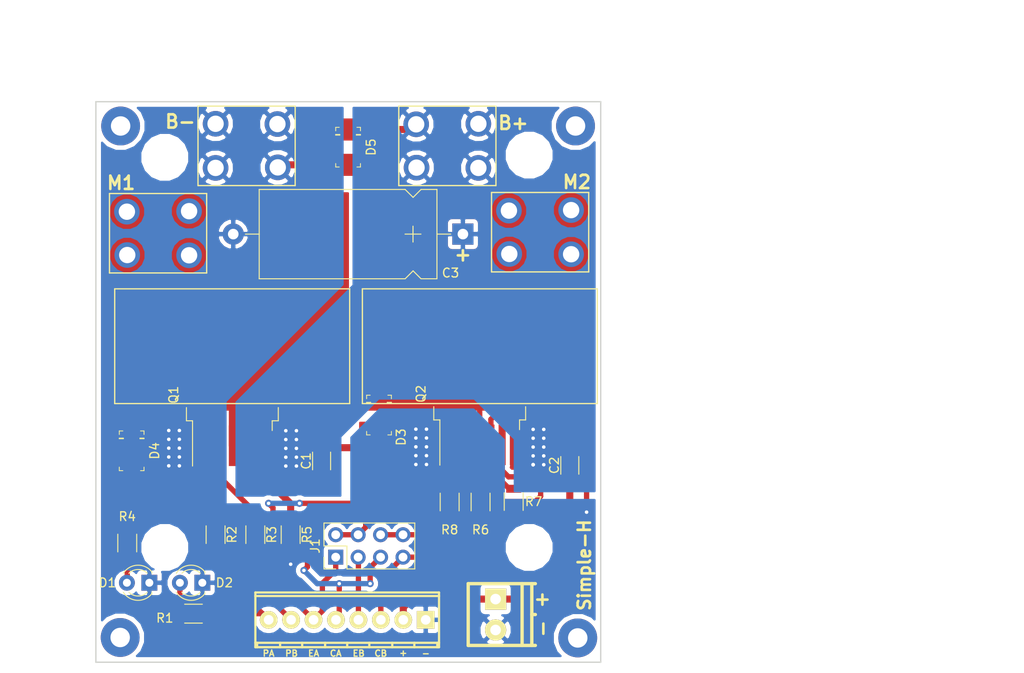
<source format=kicad_pcb>
(kicad_pcb (version 20171130) (host pcbnew 5.0.0-fee4fd1~66~ubuntu16.04.1)

  (general
    (thickness 1.6)
    (drawings 26)
    (tracks 196)
    (zones 0)
    (modules 35)
    (nets 19)
  )

  (page A4)
  (title_block
    (title "Puente-H 25 A")
    (date 2018-10-19)
    (rev 1.0)
    (company "CESE - FIUBA")
    (comment 1 https://github.com/apojomovsky/CESE-2018-TP-PCB)
    (comment 3 "Alexis Pojomovsky - Licencia MIT")
  )

  (layers
    (0 F.Cu signal)
    (31 B.Cu signal)
    (32 B.Adhes user)
    (33 F.Adhes user)
    (34 B.Paste user)
    (35 F.Paste user)
    (36 B.SilkS user)
    (37 F.SilkS user)
    (38 B.Mask user)
    (39 F.Mask user)
    (40 Dwgs.User user)
    (41 Cmts.User user)
    (42 Eco1.User user)
    (43 Eco2.User user)
    (44 Edge.Cuts user)
    (45 Margin user)
    (46 B.CrtYd user)
    (47 F.CrtYd user)
    (48 B.Fab user)
    (49 F.Fab user)
  )

  (setup
    (last_trace_width 0.6)
    (user_trace_width 0.6)
    (trace_clearance 0.2)
    (zone_clearance 0.5)
    (zone_45_only no)
    (trace_min 0.2)
    (segment_width 0.2)
    (edge_width 0.15)
    (via_size 0.8)
    (via_drill 0.4)
    (via_min_size 0.4)
    (via_min_drill 0.3)
    (uvia_size 0.3)
    (uvia_drill 0.1)
    (uvias_allowed no)
    (uvia_min_size 0.2)
    (uvia_min_drill 0.1)
    (pcb_text_width 0.3)
    (pcb_text_size 1.5 1.5)
    (mod_edge_width 0.15)
    (mod_text_size 1 1)
    (mod_text_width 0.15)
    (pad_size 1.524 1.524)
    (pad_drill 0.762)
    (pad_to_mask_clearance 0.2)
    (aux_axis_origin 0 0)
    (visible_elements FFFFFF7F)
    (pcbplotparams
      (layerselection 0x010fc_ffffffff)
      (usegerberextensions false)
      (usegerberattributes false)
      (usegerberadvancedattributes false)
      (creategerberjobfile false)
      (excludeedgelayer true)
      (linewidth 0.100000)
      (plotframeref false)
      (viasonmask false)
      (mode 1)
      (useauxorigin false)
      (hpglpennumber 1)
      (hpglpenspeed 20)
      (hpglpendiameter 15.000000)
      (psnegative false)
      (psa4output false)
      (plotreference true)
      (plotvalue true)
      (plotinvisibletext false)
      (padsonsilk false)
      (subtractmaskfromsilk false)
      (outputformat 1)
      (mirror false)
      (drillshape 1)
      (scaleselection 1)
      (outputdirectory ""))
  )

  (net 0 "")
  (net 1 "Net-(D1-Pad2)")
  (net 2 "Net-(D2-Pad2)")
  (net 3 /M1)
  (net 4 /M2)
  (net 5 "Net-(J1-Pad6)")
  (net 6 "Net-(J1-Pad2)")
  (net 7 "Net-(Q1-Pad2)")
  (net 8 "Net-(Q1-Pad3)")
  (net 9 "Net-(Q2-Pad3)")
  (net 10 "Net-(Q2-Pad2)")
  (net 11 VDD)
  (net 12 GND)
  (net 13 /EN-A)
  (net 14 /EN-B)
  (net 15 /CURR-A)
  (net 16 /CURR-B)
  (net 17 /PWM-A)
  (net 18 /PWM-B)

  (net_class Default "This is the default net class."
    (clearance 0.2)
    (trace_width 0.8)
    (via_dia 0.8)
    (via_drill 0.4)
    (uvia_dia 0.3)
    (uvia_drill 0.1)
    (add_net /CURR-A)
    (add_net /CURR-B)
    (add_net /EN-A)
    (add_net /EN-B)
    (add_net /M1)
    (add_net /M2)
    (add_net /PWM-A)
    (add_net /PWM-B)
    (add_net GND)
    (add_net "Net-(D1-Pad2)")
    (add_net "Net-(D2-Pad2)")
    (add_net "Net-(J1-Pad2)")
    (add_net "Net-(J1-Pad6)")
    (add_net "Net-(Q1-Pad2)")
    (add_net "Net-(Q1-Pad3)")
    (add_net "Net-(Q2-Pad2)")
    (add_net "Net-(Q2-Pad3)")
    (add_net VDD)
  )

  (module Mounting_Holes:MountingHole_2.2mm_M2_Pad (layer F.Cu) (tedit 5BD26C82) (tstamp 5BD38E80)
    (at 134.2 94.2)
    (descr "Mounting Hole 2.2mm, M2")
    (tags "mounting hole 2.2mm m2")
    (path /5BC9C501)
    (attr virtual)
    (fp_text reference MH4 (at 0 -3.2) (layer F.SilkS) hide
      (effects (font (size 1 1) (thickness 0.15)))
    )
    (fp_text value MountingHole (at 0 3.2) (layer F.Fab) hide
      (effects (font (size 1 1) (thickness 0.15)))
    )
    (fp_circle (center 0 0) (end 2.45 0) (layer F.CrtYd) (width 0.05))
    (fp_circle (center 0 0) (end 2.2 0) (layer Cmts.User) (width 0.15))
    (fp_text user %R (at 0.3 0) (layer F.Fab) hide
      (effects (font (size 1 1) (thickness 0.15)))
    )
    (pad 1 thru_hole circle (at 0 0) (size 4.4 4.4) (drill 2.2) (layers *.Cu *.Mask))
  )

  (module w_conn_pt-1,5:pt_1,5-2-3,5-h (layer F.Cu) (tedit 5BD26B73) (tstamp 5BD38E9C)
    (at 177.4 91.6 90)
    (descr "2-way 3.5mm pitch terminal block, Phoenix PT series")
    (path /5BADE6CC)
    (fp_text reference J3 (at 5.1 -0.6 90) (layer F.SilkS) hide
      (effects (font (size 1.5 1.5) (thickness 0.3)))
    )
    (fp_text value FAN (at 0 -5 90) (layer F.SilkS) hide
      (effects (font (size 1.5 1.5) (thickness 0.3)))
    )
    (fp_line (start 0 3.4) (end 0 3.8) (layer F.SilkS) (width 0.381))
    (fp_line (start -3.5 2.3) (end 3.5 2.3) (layer F.SilkS) (width 0.381))
    (fp_line (start -3.5 3.4) (end 3.5 3.4) (layer F.SilkS) (width 0.381))
    (fp_line (start -3.5 -3.8) (end -3.5 3.8) (layer F.SilkS) (width 0.381))
    (fp_line (start 3.5 3.8) (end 3.5 -3.8) (layer F.SilkS) (width 0.381))
    (fp_line (start 3.5 -3.8) (end -3.5 -3.8) (layer F.SilkS) (width 0.381))
    (pad 2 thru_hole circle (at -1.75 -0.7 90) (size 2.4 2.4) (drill 1.2) (layers *.Cu *.Mask F.SilkS)
      (net 12 GND))
    (pad 1 thru_hole rect (at 1.75 -0.7 90) (size 2.4 2.4) (drill 1.2) (layers *.Cu *.Mask F.SilkS)
      (net 11 VDD))
    (model ${KIPRJMOD}/models/37875.stp
      (offset (xyz -3.75 -2.9 0))
      (scale (xyz 1 1 1))
      (rotate (xyz -90 0 90))
    )
  )

  (module custom_footprint:DO-214AC_custom (layer F.Cu) (tedit 5BCA6A00) (tstamp 5BD394CB)
    (at 160 38.65 270)
    (path /5BAE3A10)
    (fp_text reference D5 (at 0 -2.6 270) (layer F.SilkS)
      (effects (font (size 1 1) (thickness 0.15)))
    )
    (fp_text value D_Schottky (at 0 2.45 270) (layer F.Fab) hide
      (effects (font (size 1 1) (thickness 0.15)))
    )
    (fp_line (start -1.44018 -1.30048) (end -1.44018 1.30048) (layer F.Fab) (width 0.1))
    (fp_line (start -1.44018 1.30048) (end -1.36398 1.30048) (layer F.Fab) (width 0.1))
    (fp_line (start -1.36398 1.30048) (end -1.36144 -1.30048) (layer F.Fab) (width 0.1))
    (fp_line (start -1.36144 -1.30048) (end -1.44018 -1.30048) (layer F.Fab) (width 0.1))
    (fp_line (start -1.44018 1.40208) (end -1.44018 0.94234) (layer F.SilkS) (width 0.1))
    (fp_line (start -1.44018 0.94234) (end -1.36398 0.94234) (layer F.SilkS) (width 0.1))
    (fp_line (start -1.36398 0.94234) (end -1.36398 1.40208) (layer F.SilkS) (width 0.1))
    (fp_line (start -1.36398 1.40208) (end -1.44018 1.40208) (layer F.SilkS) (width 0.1))
    (fp_line (start -1.44018 -1.39954) (end -1.44018 -0.93472) (layer F.SilkS) (width 0.1))
    (fp_line (start -1.44018 -0.93472) (end -1.36398 -0.93472) (layer F.SilkS) (width 0.1))
    (fp_line (start -1.36398 -0.93472) (end -1.36398 -1.39954) (layer F.SilkS) (width 0.1))
    (fp_line (start -1.36398 -1.39954) (end -1.44018 -1.39954) (layer F.SilkS) (width 0.1))
    (fp_line (start -3.5 1.55) (end 3.5 1.55) (layer F.CrtYd) (width 0.05))
    (fp_line (start -3.5 -1.55) (end 3.5 -1.55) (layer F.CrtYd) (width 0.05))
    (fp_line (start 3.5 -1.55) (end 3.5 1.55) (layer F.CrtYd) (width 0.05))
    (fp_line (start -3.5 -1.55) (end -3.5 1.55) (layer F.CrtYd) (width 0.05))
    (fp_line (start 2.25 1.4) (end 1.85 1.4) (layer F.SilkS) (width 0.1))
    (fp_line (start 2.25 1.4) (end 2.25 1) (layer F.SilkS) (width 0.1))
    (fp_line (start -2.25 1.4) (end -1.85 1.4) (layer F.SilkS) (width 0.1))
    (fp_line (start -2.25 1.4) (end -2.25 1) (layer F.SilkS) (width 0.1))
    (fp_line (start -2.25 -1.4) (end -2.25 -1) (layer F.SilkS) (width 0.1))
    (fp_line (start -2.25 -1.4) (end -1.85 -1.4) (layer F.SilkS) (width 0.1))
    (fp_line (start 2.25 -1.4) (end 1.85 -1.4) (layer F.SilkS) (width 0.1))
    (fp_line (start 2.25 -1.4) (end 2.25 -1) (layer F.SilkS) (width 0.1))
    (fp_text user %R (at 0.40894 0 270) (layer F.Fab)
      (effects (font (size 0.75 0.75) (thickness 0.075)))
    )
    (fp_line (start -2.15 1.3) (end 2.15 1.3) (layer F.Fab) (width 0.1))
    (fp_line (start -2.15 -1.3) (end 2.15 -1.3) (layer F.Fab) (width 0.1))
    (fp_line (start 2.15 -1.3) (end 2.15 1.3) (layer F.Fab) (width 0.1))
    (fp_line (start -2.15 -1.3) (end -2.15 1.3) (layer F.Fab) (width 0.1))
    (pad 2 smd rect (at 2 0 270) (size 2.5 1.7) (layers F.Cu F.Paste F.Mask)
      (net 12 GND))
    (pad 1 smd rect (at -2 0 270) (size 2.5 1.7) (layers F.Cu F.Paste F.Mask)
      (net 11 VDD))
    (model ${KIPRJMOD}/models/D_SMA.step
      (at (xyz 0 0 0))
      (scale (xyz 1.4 1.2 1))
      (rotate (xyz 0 0 0))
    )
  )

  (module custom_footprint:DO-214AC_custom (layer F.Cu) (tedit 5BCA6A10) (tstamp 5BD39078)
    (at 135.5 73.05 270)
    (path /5BA7DEBF)
    (fp_text reference D4 (at 0 -2.6 270) (layer F.SilkS)
      (effects (font (size 1 1) (thickness 0.15)))
    )
    (fp_text value D_Schottky (at 0 2.45 270) (layer F.Fab) hide
      (effects (font (size 1 1) (thickness 0.15)))
    )
    (fp_line (start -2.15 -1.3) (end -2.15 1.3) (layer F.Fab) (width 0.1))
    (fp_line (start 2.15 -1.3) (end 2.15 1.3) (layer F.Fab) (width 0.1))
    (fp_line (start -2.15 -1.3) (end 2.15 -1.3) (layer F.Fab) (width 0.1))
    (fp_line (start -2.15 1.3) (end 2.15 1.3) (layer F.Fab) (width 0.1))
    (fp_text user %R (at 0.40894 0 270) (layer F.Fab)
      (effects (font (size 0.75 0.75) (thickness 0.075)))
    )
    (fp_line (start 2.25 -1.4) (end 2.25 -1) (layer F.SilkS) (width 0.1))
    (fp_line (start 2.25 -1.4) (end 1.85 -1.4) (layer F.SilkS) (width 0.1))
    (fp_line (start -2.25 -1.4) (end -1.85 -1.4) (layer F.SilkS) (width 0.1))
    (fp_line (start -2.25 -1.4) (end -2.25 -1) (layer F.SilkS) (width 0.1))
    (fp_line (start -2.25 1.4) (end -2.25 1) (layer F.SilkS) (width 0.1))
    (fp_line (start -2.25 1.4) (end -1.85 1.4) (layer F.SilkS) (width 0.1))
    (fp_line (start 2.25 1.4) (end 2.25 1) (layer F.SilkS) (width 0.1))
    (fp_line (start 2.25 1.4) (end 1.85 1.4) (layer F.SilkS) (width 0.1))
    (fp_line (start -3.5 -1.55) (end -3.5 1.55) (layer F.CrtYd) (width 0.05))
    (fp_line (start 3.5 -1.55) (end 3.5 1.55) (layer F.CrtYd) (width 0.05))
    (fp_line (start -3.5 -1.55) (end 3.5 -1.55) (layer F.CrtYd) (width 0.05))
    (fp_line (start -3.5 1.55) (end 3.5 1.55) (layer F.CrtYd) (width 0.05))
    (fp_line (start -1.36398 -1.39954) (end -1.44018 -1.39954) (layer F.SilkS) (width 0.1))
    (fp_line (start -1.36398 -0.93472) (end -1.36398 -1.39954) (layer F.SilkS) (width 0.1))
    (fp_line (start -1.44018 -0.93472) (end -1.36398 -0.93472) (layer F.SilkS) (width 0.1))
    (fp_line (start -1.44018 -1.39954) (end -1.44018 -0.93472) (layer F.SilkS) (width 0.1))
    (fp_line (start -1.36398 1.40208) (end -1.44018 1.40208) (layer F.SilkS) (width 0.1))
    (fp_line (start -1.36398 0.94234) (end -1.36398 1.40208) (layer F.SilkS) (width 0.1))
    (fp_line (start -1.44018 0.94234) (end -1.36398 0.94234) (layer F.SilkS) (width 0.1))
    (fp_line (start -1.44018 1.40208) (end -1.44018 0.94234) (layer F.SilkS) (width 0.1))
    (fp_line (start -1.36144 -1.30048) (end -1.44018 -1.30048) (layer F.Fab) (width 0.1))
    (fp_line (start -1.36398 1.30048) (end -1.36144 -1.30048) (layer F.Fab) (width 0.1))
    (fp_line (start -1.44018 1.30048) (end -1.36398 1.30048) (layer F.Fab) (width 0.1))
    (fp_line (start -1.44018 -1.30048) (end -1.44018 1.30048) (layer F.Fab) (width 0.1))
    (pad 1 smd rect (at -2 0 270) (size 2.5 1.7) (layers F.Cu F.Paste F.Mask)
      (net 3 /M1))
    (pad 2 smd rect (at 2 0 270) (size 2.5 1.7) (layers F.Cu F.Paste F.Mask)
      (net 12 GND))
    (model ${KIPRJMOD}/models/D_SMA.step
      (at (xyz 0 0 0))
      (scale (xyz 1.4 1.2 1))
      (rotate (xyz 0 0 0))
    )
  )

  (module custom_footprint:DO-214AC_custom (layer F.Cu) (tedit 5BD26F77) (tstamp 5BD38F46)
    (at 163.5 69 270)
    (path /5BA93AF1)
    (fp_text reference D3 (at 2.5 -2.5 270) (layer F.SilkS)
      (effects (font (size 1 1) (thickness 0.15)))
    )
    (fp_text value D_Schottky (at 0 2.45 270) (layer F.Fab) hide
      (effects (font (size 1 1) (thickness 0.15)))
    )
    (fp_line (start -1.44018 -1.30048) (end -1.44018 1.30048) (layer F.Fab) (width 0.1))
    (fp_line (start -1.44018 1.30048) (end -1.36398 1.30048) (layer F.Fab) (width 0.1))
    (fp_line (start -1.36398 1.30048) (end -1.36144 -1.30048) (layer F.Fab) (width 0.1))
    (fp_line (start -1.36144 -1.30048) (end -1.44018 -1.30048) (layer F.Fab) (width 0.1))
    (fp_line (start -1.44018 1.40208) (end -1.44018 0.94234) (layer F.SilkS) (width 0.1))
    (fp_line (start -1.44018 0.94234) (end -1.36398 0.94234) (layer F.SilkS) (width 0.1))
    (fp_line (start -1.36398 0.94234) (end -1.36398 1.40208) (layer F.SilkS) (width 0.1))
    (fp_line (start -1.36398 1.40208) (end -1.44018 1.40208) (layer F.SilkS) (width 0.1))
    (fp_line (start -1.44018 -1.39954) (end -1.44018 -0.93472) (layer F.SilkS) (width 0.1))
    (fp_line (start -1.44018 -0.93472) (end -1.36398 -0.93472) (layer F.SilkS) (width 0.1))
    (fp_line (start -1.36398 -0.93472) (end -1.36398 -1.39954) (layer F.SilkS) (width 0.1))
    (fp_line (start -1.36398 -1.39954) (end -1.44018 -1.39954) (layer F.SilkS) (width 0.1))
    (fp_line (start -3.5 1.55) (end 3.5 1.55) (layer F.CrtYd) (width 0.05))
    (fp_line (start -3.5 -1.55) (end 3.5 -1.55) (layer F.CrtYd) (width 0.05))
    (fp_line (start 3.5 -1.55) (end 3.5 1.55) (layer F.CrtYd) (width 0.05))
    (fp_line (start -3.5 -1.55) (end -3.5 1.55) (layer F.CrtYd) (width 0.05))
    (fp_line (start 2.25 1.4) (end 1.85 1.4) (layer F.SilkS) (width 0.1))
    (fp_line (start 2.25 1.4) (end 2.25 1) (layer F.SilkS) (width 0.1))
    (fp_line (start -2.25 1.4) (end -1.85 1.4) (layer F.SilkS) (width 0.1))
    (fp_line (start -2.25 1.4) (end -2.25 1) (layer F.SilkS) (width 0.1))
    (fp_line (start -2.25 -1.4) (end -2.25 -1) (layer F.SilkS) (width 0.1))
    (fp_line (start -2.25 -1.4) (end -1.85 -1.4) (layer F.SilkS) (width 0.1))
    (fp_line (start 2.25 -1.4) (end 1.85 -1.4) (layer F.SilkS) (width 0.1))
    (fp_line (start 2.25 -1.4) (end 2.25 -1) (layer F.SilkS) (width 0.1))
    (fp_text user %R (at 0.40894 0 270) (layer F.Fab) hide
      (effects (font (size 0.75 0.75) (thickness 0.075)))
    )
    (fp_line (start -2.15 1.3) (end 2.15 1.3) (layer F.Fab) (width 0.1))
    (fp_line (start -2.15 -1.3) (end 2.15 -1.3) (layer F.Fab) (width 0.1))
    (fp_line (start 2.15 -1.3) (end 2.15 1.3) (layer F.Fab) (width 0.1))
    (fp_line (start -2.15 -1.3) (end -2.15 1.3) (layer F.Fab) (width 0.1))
    (pad 2 smd rect (at 2 0 270) (size 2.5 1.7) (layers F.Cu F.Paste F.Mask)
      (net 12 GND))
    (pad 1 smd rect (at -2 0 270) (size 2.5 1.7) (layers F.Cu F.Paste F.Mask)
      (net 4 /M2))
    (model ${KIPRJMOD}/models/D_SMA.step
      (at (xyz 0 0 0))
      (scale (xyz 1.4 1.2 1))
      (rotate (xyz 0 0 0))
    )
  )

  (module Mounting_Holes:MountingHole_4.3mm_M4 (layer F.Cu) (tedit 5BCA6D06) (tstamp 5BD3933C)
    (at 180.5 84)
    (descr "Mounting Hole 4.3mm, no annular, M4")
    (tags "mounting hole 4.3mm no annular m4")
    (path /5BC9C94C)
    (attr virtual)
    (fp_text reference MH7 (at 0 -5.3) (layer F.SilkS) hide
      (effects (font (size 1 1) (thickness 0.15)))
    )
    (fp_text value MountingHole (at 0 5.3) (layer F.Fab) hide
      (effects (font (size 1 1) (thickness 0.15)))
    )
    (fp_circle (center 0 0) (end 4.55 0) (layer F.CrtYd) (width 0.05))
    (fp_circle (center 0 0) (end 4.3 0) (layer Cmts.User) (width 0.15))
    (fp_text user %R (at 0.3 0) (layer F.Fab)
      (effects (font (size 1 1) (thickness 0.15)))
    )
    (pad 1 np_thru_hole circle (at 0 0) (size 4.3 4.3) (drill 4.3) (layers *.Cu *.Mask))
  )

  (module Mounting_Holes:MountingHole_4.3mm_M4 (layer F.Cu) (tedit 5BD26F11) (tstamp 5BD39267)
    (at 180.5 39.55)
    (descr "Mounting Hole 4.3mm, no annular, M4")
    (tags "mounting hole 4.3mm no annular m4")
    (path /5BC9C9C4)
    (attr virtual)
    (fp_text reference MH6 (at 0 -5.3) (layer F.SilkS) hide
      (effects (font (size 1 1) (thickness 0.15)))
    )
    (fp_text value MountingHole (at 0 5.3) (layer F.Fab) hide
      (effects (font (size 1 1) (thickness 0.15)))
    )
    (fp_text user %R (at 0.3 0) (layer F.Fab) hide
      (effects (font (size 1 1) (thickness 0.15)))
    )
    (fp_circle (center 0 0) (end 4.3 0) (layer Cmts.User) (width 0.15))
    (fp_circle (center 0 0) (end 4.55 0) (layer F.CrtYd) (width 0.05))
    (pad 1 np_thru_hole circle (at 0 0) (size 4.3 4.3) (drill 4.3) (layers *.Cu *.Mask))
  )

  (module Mounting_Holes:MountingHole_4.3mm_M4 (layer F.Cu) (tedit 5BD26B3D) (tstamp 5BD38FF1)
    (at 139.25 39.8)
    (descr "Mounting Hole 4.3mm, no annular, M4")
    (tags "mounting hole 4.3mm no annular m4")
    (path /5BC9C5C3)
    (attr virtual)
    (fp_text reference MH5 (at 0 -5.3) (layer F.SilkS) hide
      (effects (font (size 1 1) (thickness 0.15)))
    )
    (fp_text value MountingHole (at 0 5.3) (layer F.Fab) hide
      (effects (font (size 1 1) (thickness 0.15)))
    )
    (fp_circle (center 0 0) (end 4.55 0) (layer F.CrtYd) (width 0.05))
    (fp_circle (center 0 0) (end 4.3 0) (layer Cmts.User) (width 0.15))
    (fp_text user %R (at 0.3 0) (layer F.Fab)
      (effects (font (size 1 1) (thickness 0.15)))
    )
    (pad 1 np_thru_hole circle (at 0 0) (size 4.3 4.3) (drill 4.3) (layers *.Cu *.Mask))
  )

  (module Mounting_Holes:MountingHole_4.3mm_M4 (layer F.Cu) (tedit 5BCA6A38) (tstamp 5BD391EC)
    (at 139.25 84)
    (descr "Mounting Hole 4.3mm, no annular, M4")
    (tags "mounting hole 4.3mm no annular m4")
    (path /5BC9CA1C)
    (attr virtual)
    (fp_text reference MH8 (at 0 -5.3) (layer F.SilkS) hide
      (effects (font (size 1 1) (thickness 0.15)))
    )
    (fp_text value MountingHole (at 0 5.3) (layer F.Fab) hide
      (effects (font (size 1 1) (thickness 0.15)))
    )
    (fp_text user %R (at 0.3 0) (layer F.Fab)
      (effects (font (size 1 1) (thickness 0.15)))
    )
    (fp_circle (center 0 0) (end 4.3 0) (layer Cmts.User) (width 0.15))
    (fp_circle (center 0 0) (end 4.55 0) (layer F.CrtYd) (width 0.05))
    (pad 1 np_thru_hole circle (at 0 0) (size 4.3 4.3) (drill 4.3) (layers *.Cu *.Mask))
  )

  (module Heatsinks:Heatsink_AAVID_573300D00010G_TO-263 (layer F.Cu) (tedit 5BD276C9) (tstamp 5BD391AB)
    (at 146.88 61.2)
    (descr "Heatsink, 12.70mm x 26.16mm x 10.16, SMD, 18K/W, TO-263, D2 Pak, https://www.aavid.com/products/standard/573300d00010g")
    (tags "Heatsink AAVID TO-263 D2 Pak")
    (path /5BC05653)
    (attr smd)
    (fp_text reference HS1 (at 0 -8) (layer F.SilkS) hide
      (effects (font (size 1 1) (thickness 0.15)))
    )
    (fp_text value Heatsink_Pad (at 0 8) (layer F.Fab) hide
      (effects (font (size 1 1) (thickness 0.15)))
    )
    (fp_text user %R (at 0.75 0.07) (layer F.Fab)
      (effects (font (size 1 1) (thickness 0.15)))
    )
    (fp_line (start -13.5 -7.2) (end -13.5 7.2) (layer F.CrtYd) (width 0.05))
    (fp_line (start -13.5 7.2) (end 13.5 7.2) (layer F.CrtYd) (width 0.05))
    (fp_line (start 13.5 7.2) (end 13.5 -7.2) (layer F.CrtYd) (width 0.05))
    (fp_line (start 13.5 -7.2) (end -13.5 -7.2) (layer F.CrtYd) (width 0.05))
    (fp_text user "Drain Pad" (at -1.32 -1.94) (layer Dwgs.User)
      (effects (font (size 1 1) (thickness 0.15)))
    )
    (fp_text user "Heat Spreader" (at 0.32 -3.39) (layer Dwgs.User) hide
      (effects (font (size 1 1) (thickness 0.15)))
    )
    (fp_text user Recommended (at 0.24 -4.84) (layer Dwgs.User) hide
      (effects (font (size 1 1) (thickness 0.15)))
    )
    (fp_line (start -8.15 7.1) (end 8.15 7.1) (layer Dwgs.User) (width 0.15))
    (fp_line (start 8.15 7.1) (end 8.15 -7.1) (layer Dwgs.User) (width 0.15))
    (fp_line (start -8.15 7.1) (end -8.15 -7.1) (layer Dwgs.User) (width 0.15))
    (fp_line (start -8.15 -7.1) (end 8.15 -7.1) (layer Dwgs.User) (width 0.15))
    (fp_line (start -13.3 6.5) (end 13.3 6.5) (layer F.SilkS) (width 0.15))
    (fp_line (start -13.3 -6.5) (end 13.3 -6.5) (layer F.SilkS) (width 0.15))
    (fp_line (start -13.3 6.5) (end -13.3 -6.5) (layer F.SilkS) (width 0.15))
    (fp_line (start 13.3 -6.5) (end 13.3 6.5) (layer F.SilkS) (width 0.15))
    (fp_line (start 7.5 6.35) (end 7.5 -6.35) (layer F.Fab) (width 0.15))
    (fp_line (start -7.5 6.35) (end -7.5 -6.35) (layer F.Fab) (width 0.15))
    (fp_line (start 6.35 6.35) (end 6.35 -6.35) (layer F.Fab) (width 0.15))
    (fp_line (start -6.35 6.35) (end -6.35 -6.35) (layer F.Fab) (width 0.15))
    (fp_line (start 13.08 -6.35) (end 13.08 6.35) (layer F.Fab) (width 0.15))
    (fp_line (start -13.08 6.35) (end -13.08 -6.35) (layer F.Fab) (width 0.15))
    (fp_line (start -13.08 -6.35) (end 13.08 -6.35) (layer F.Fab) (width 0.15))
    (fp_line (start -13.08 6.35) (end 13.08 6.35) (layer F.Fab) (width 0.15))
    (pad 1 smd rect (at 6.92 0) (size 1.85 13.7) (layers F.Cu F.Paste F.Mask)
      (net 3 /M1))
    (pad 1 smd rect (at -6.92 0) (size 1.85 13.7) (layers F.Cu F.Paste F.Mask)
      (net 3 /M1))
    (model "${KIPRJMOD}/models/GULLWING HEATSINK.STEP"
      (offset (xyz 0 6.5 7))
      (scale (xyz 1 1 1))
      (rotate (xyz -90 0 0))
    )
  )

  (module Heatsinks:Heatsink_AAVID_573300D00010G_TO-263 (layer F.Cu) (tedit 5BD276CF) (tstamp 5BD3901C)
    (at 174.92 61.2)
    (descr "Heatsink, 12.70mm x 26.16mm x 10.16, SMD, 18K/W, TO-263, D2 Pak, https://www.aavid.com/products/standard/573300d00010g")
    (tags "Heatsink AAVID TO-263 D2 Pak")
    (path /5BBFE535)
    (attr smd)
    (fp_text reference HS2 (at 0 -8) (layer F.SilkS) hide
      (effects (font (size 1 1) (thickness 0.15)))
    )
    (fp_text value Heatsink_Pad (at 0 8) (layer F.Fab) hide
      (effects (font (size 1 1) (thickness 0.15)))
    )
    (fp_text user %R (at 0.75 0.07) (layer F.Fab)
      (effects (font (size 1 1) (thickness 0.15)))
    )
    (fp_line (start -13.5 -7.2) (end -13.5 7.2) (layer F.CrtYd) (width 0.05))
    (fp_line (start -13.5 7.2) (end 13.5 7.2) (layer F.CrtYd) (width 0.05))
    (fp_line (start 13.5 7.2) (end 13.5 -7.2) (layer F.CrtYd) (width 0.05))
    (fp_line (start 13.5 -7.2) (end -13.5 -7.2) (layer F.CrtYd) (width 0.05))
    (fp_text user "Drain Pad" (at -1.32 -1.94) (layer Dwgs.User)
      (effects (font (size 1 1) (thickness 0.15)))
    )
    (fp_text user "Heat Spreader" (at 0.32 -3.39) (layer Dwgs.User) hide
      (effects (font (size 1 1) (thickness 0.15)))
    )
    (fp_text user Recommended (at 0.24 -4.84) (layer Dwgs.User) hide
      (effects (font (size 1 1) (thickness 0.15)))
    )
    (fp_line (start -8.15 7.1) (end 8.15 7.1) (layer Dwgs.User) (width 0.15))
    (fp_line (start 8.15 7.1) (end 8.15 -7.1) (layer Dwgs.User) (width 0.15))
    (fp_line (start -8.15 7.1) (end -8.15 -7.1) (layer Dwgs.User) (width 0.15))
    (fp_line (start -8.15 -7.1) (end 8.15 -7.1) (layer Dwgs.User) (width 0.15))
    (fp_line (start -13.3 6.5) (end 13.3 6.5) (layer F.SilkS) (width 0.15))
    (fp_line (start -13.3 -6.5) (end 13.3 -6.5) (layer F.SilkS) (width 0.15))
    (fp_line (start -13.3 6.5) (end -13.3 -6.5) (layer F.SilkS) (width 0.15))
    (fp_line (start 13.3 -6.5) (end 13.3 6.5) (layer F.SilkS) (width 0.15))
    (fp_line (start 7.5 6.35) (end 7.5 -6.35) (layer F.Fab) (width 0.15))
    (fp_line (start -7.5 6.35) (end -7.5 -6.35) (layer F.Fab) (width 0.15))
    (fp_line (start 6.35 6.35) (end 6.35 -6.35) (layer F.Fab) (width 0.15))
    (fp_line (start -6.35 6.35) (end -6.35 -6.35) (layer F.Fab) (width 0.15))
    (fp_line (start 13.08 -6.35) (end 13.08 6.35) (layer F.Fab) (width 0.15))
    (fp_line (start -13.08 6.35) (end -13.08 -6.35) (layer F.Fab) (width 0.15))
    (fp_line (start -13.08 -6.35) (end 13.08 -6.35) (layer F.Fab) (width 0.15))
    (fp_line (start -13.08 6.35) (end 13.08 6.35) (layer F.Fab) (width 0.15))
    (pad 1 smd rect (at 6.92 0) (size 1.85 13.7) (layers F.Cu F.Paste F.Mask)
      (net 4 /M2))
    (pad 1 smd rect (at -6.92 0) (size 1.85 13.7) (layers F.Cu F.Paste F.Mask)
      (net 4 /M2))
    (model "${KIPRJMOD}/models/GULLWING HEATSINK.STEP"
      (offset (xyz 0 6.5 7))
      (scale (xyz 1 1 1))
      (rotate (xyz -90 0 0))
    )
  )

  (module Capacitors_SMD:C_1206 (layer F.Cu) (tedit 58AA84B8) (tstamp 5BD3916E)
    (at 157 74.2 90)
    (descr "Capacitor SMD 1206, reflow soldering, AVX (see smccp.pdf)")
    (tags "capacitor 1206")
    (path /5BA7E192)
    (attr smd)
    (fp_text reference C1 (at 0 -1.75 90) (layer F.SilkS)
      (effects (font (size 1 1) (thickness 0.15)))
    )
    (fp_text value "1uF 25V" (at 0 2 90) (layer F.Fab)
      (effects (font (size 1 1) (thickness 0.15)))
    )
    (fp_text user %R (at 0 -1.75 90) (layer F.Fab)
      (effects (font (size 1 1) (thickness 0.15)))
    )
    (fp_line (start -1.6 0.8) (end -1.6 -0.8) (layer F.Fab) (width 0.1))
    (fp_line (start 1.6 0.8) (end -1.6 0.8) (layer F.Fab) (width 0.1))
    (fp_line (start 1.6 -0.8) (end 1.6 0.8) (layer F.Fab) (width 0.1))
    (fp_line (start -1.6 -0.8) (end 1.6 -0.8) (layer F.Fab) (width 0.1))
    (fp_line (start 1 -1.02) (end -1 -1.02) (layer F.SilkS) (width 0.12))
    (fp_line (start -1 1.02) (end 1 1.02) (layer F.SilkS) (width 0.12))
    (fp_line (start -2.25 -1.05) (end 2.25 -1.05) (layer F.CrtYd) (width 0.05))
    (fp_line (start -2.25 -1.05) (end -2.25 1.05) (layer F.CrtYd) (width 0.05))
    (fp_line (start 2.25 1.05) (end 2.25 -1.05) (layer F.CrtYd) (width 0.05))
    (fp_line (start 2.25 1.05) (end -2.25 1.05) (layer F.CrtYd) (width 0.05))
    (pad 1 smd rect (at -1.5 0 90) (size 1 1.6) (layers F.Cu F.Paste F.Mask)
      (net 11 VDD))
    (pad 2 smd rect (at 1.5 0 90) (size 1 1.6) (layers F.Cu F.Paste F.Mask)
      (net 12 GND))
    (model ${KIPRJMOD}/models/C_1206_3216Metric.wrl
      (at (xyz 0 0 0))
      (scale (xyz 1 1 1))
      (rotate (xyz 0 0 0))
    )
  )

  (module Capacitors_SMD:C_1206 (layer F.Cu) (tedit 58AA84B8) (tstamp 5BD3920A)
    (at 185.1 74.7 90)
    (descr "Capacitor SMD 1206, reflow soldering, AVX (see smccp.pdf)")
    (tags "capacitor 1206")
    (path /5BA93B87)
    (attr smd)
    (fp_text reference C2 (at 0 -1.75 90) (layer F.SilkS)
      (effects (font (size 1 1) (thickness 0.15)))
    )
    (fp_text value "1uF 25V" (at 0 2 90) (layer F.Fab)
      (effects (font (size 1 1) (thickness 0.15)))
    )
    (fp_line (start 2.25 1.05) (end -2.25 1.05) (layer F.CrtYd) (width 0.05))
    (fp_line (start 2.25 1.05) (end 2.25 -1.05) (layer F.CrtYd) (width 0.05))
    (fp_line (start -2.25 -1.05) (end -2.25 1.05) (layer F.CrtYd) (width 0.05))
    (fp_line (start -2.25 -1.05) (end 2.25 -1.05) (layer F.CrtYd) (width 0.05))
    (fp_line (start -1 1.02) (end 1 1.02) (layer F.SilkS) (width 0.12))
    (fp_line (start 1 -1.02) (end -1 -1.02) (layer F.SilkS) (width 0.12))
    (fp_line (start -1.6 -0.8) (end 1.6 -0.8) (layer F.Fab) (width 0.1))
    (fp_line (start 1.6 -0.8) (end 1.6 0.8) (layer F.Fab) (width 0.1))
    (fp_line (start 1.6 0.8) (end -1.6 0.8) (layer F.Fab) (width 0.1))
    (fp_line (start -1.6 0.8) (end -1.6 -0.8) (layer F.Fab) (width 0.1))
    (fp_text user %R (at 0 -1.75 90) (layer F.Fab)
      (effects (font (size 1 1) (thickness 0.15)))
    )
    (pad 2 smd rect (at 1.5 0 90) (size 1 1.6) (layers F.Cu F.Paste F.Mask)
      (net 12 GND))
    (pad 1 smd rect (at -1.5 0 90) (size 1 1.6) (layers F.Cu F.Paste F.Mask)
      (net 11 VDD))
    (model ${KIPRJMOD}/models/C_1206_3216Metric.wrl
      (at (xyz 0 0 0))
      (scale (xyz 1 1 1))
      (rotate (xyz 0 0 0))
    )
  )

  (module Capacitors_THT:CP_Axial_L20.0mm_D10.0mm_P26.00mm_Horizontal (layer F.Cu) (tedit 5BD26CA6) (tstamp 5BD390E2)
    (at 173 48.5 180)
    (descr "CP, Axial series, Axial, Horizontal, pin pitch=26mm, , length*diameter=20*10mm^2, Electrolytic Capacitor, , http://www.kemet.com/Lists/ProductCatalog/Attachments/424/KEM_AC102.pdf")
    (tags "CP Axial series Axial Horizontal pin pitch 26mm  length 20mm diameter 10mm Electrolytic Capacitor")
    (path /5BAE5E61)
    (fp_text reference C3 (at 1.4 -4.4 180) (layer F.SilkS)
      (effects (font (size 1 1) (thickness 0.15)))
    )
    (fp_text value "470uF 35V" (at 13 6.06 180) (layer F.Fab) hide
      (effects (font (size 1 1) (thickness 0.15)))
    )
    (fp_text user %R (at 13 0 180) (layer F.Fab) hide
      (effects (font (size 1 1) (thickness 0.15)))
    )
    (fp_line (start 27.45 -5.35) (end -1.45 -5.35) (layer F.CrtYd) (width 0.05))
    (fp_line (start 27.45 5.35) (end 27.45 -5.35) (layer F.CrtYd) (width 0.05))
    (fp_line (start -1.45 5.35) (end 27.45 5.35) (layer F.CrtYd) (width 0.05))
    (fp_line (start -1.45 -5.35) (end -1.45 5.35) (layer F.CrtYd) (width 0.05))
    (fp_line (start 24.62 0) (end 23.06 0) (layer F.SilkS) (width 0.12))
    (fp_line (start 1.38 0) (end 2.94 0) (layer F.SilkS) (width 0.12))
    (fp_line (start 6.54 5.06) (end 23.06 5.06) (layer F.SilkS) (width 0.12))
    (fp_line (start 5.64 4.16) (end 6.54 5.06) (layer F.SilkS) (width 0.12))
    (fp_line (start 4.74 5.06) (end 5.64 4.16) (layer F.SilkS) (width 0.12))
    (fp_line (start 2.94 5.06) (end 4.74 5.06) (layer F.SilkS) (width 0.12))
    (fp_line (start 6.54 -5.06) (end 23.06 -5.06) (layer F.SilkS) (width 0.12))
    (fp_line (start 5.64 -4.16) (end 6.54 -5.06) (layer F.SilkS) (width 0.12))
    (fp_line (start 4.74 -5.06) (end 5.64 -4.16) (layer F.SilkS) (width 0.12))
    (fp_line (start 2.94 -5.06) (end 4.74 -5.06) (layer F.SilkS) (width 0.12))
    (fp_line (start 23.06 -5.06) (end 23.06 5.06) (layer F.SilkS) (width 0.12))
    (fp_line (start 2.94 -5.06) (end 2.94 5.06) (layer F.SilkS) (width 0.12))
    (fp_line (start 5.65 -0.9) (end 5.65 0.9) (layer F.SilkS) (width 0.12))
    (fp_line (start 4.75 0) (end 6.55 0) (layer F.SilkS) (width 0.12))
    (fp_line (start 5.65 -0.9) (end 5.65 0.9) (layer F.Fab) (width 0.1))
    (fp_line (start 4.75 0) (end 6.55 0) (layer F.Fab) (width 0.1))
    (fp_line (start 26 0) (end 23 0) (layer F.Fab) (width 0.1))
    (fp_line (start 0 0) (end 3 0) (layer F.Fab) (width 0.1))
    (fp_line (start 6.54 5) (end 23 5) (layer F.Fab) (width 0.1))
    (fp_line (start 5.64 4.1) (end 6.54 5) (layer F.Fab) (width 0.1))
    (fp_line (start 4.74 5) (end 5.64 4.1) (layer F.Fab) (width 0.1))
    (fp_line (start 3 5) (end 4.74 5) (layer F.Fab) (width 0.1))
    (fp_line (start 6.54 -5) (end 23 -5) (layer F.Fab) (width 0.1))
    (fp_line (start 5.64 -4.1) (end 6.54 -5) (layer F.Fab) (width 0.1))
    (fp_line (start 4.74 -5) (end 5.64 -4.1) (layer F.Fab) (width 0.1))
    (fp_line (start 3 -5) (end 4.74 -5) (layer F.Fab) (width 0.1))
    (fp_line (start 23 -5) (end 23 5) (layer F.Fab) (width 0.1))
    (fp_line (start 3 -5) (end 3 5) (layer F.Fab) (width 0.1))
    (pad 2 thru_hole oval (at 26 0 180) (size 2.4 2.4) (drill 1.2) (layers *.Cu *.Mask)
      (net 12 GND))
    (pad 1 thru_hole rect (at 0 0 180) (size 2.4 2.4) (drill 1.2) (layers *.Cu *.Mask)
      (net 11 VDD))
    (model ${KIPRJMOD}/models/CP_Axial_L20.0mm_D10.0mm_P26.00mm_Horizontal.wrl
      (at (xyz 0 0 0))
      (scale (xyz 1 1 1))
      (rotate (xyz 0 0 0))
    )
  )

  (module LEDs:LED_D3.0mm (layer F.Cu) (tedit 5BCA6A75) (tstamp 5BD3923C)
    (at 137.5 88 180)
    (descr "LED, diameter 3.0mm, 2 pins")
    (tags "LED diameter 3.0mm 2 pins")
    (path /5BA9451A)
    (fp_text reference D1 (at 4.75 0 180) (layer F.SilkS)
      (effects (font (size 1 1) (thickness 0.15)))
    )
    (fp_text value LED (at 1.27 2.96 180) (layer F.Fab) hide
      (effects (font (size 1 1) (thickness 0.15)))
    )
    (fp_line (start 3.7 -2.25) (end -1.15 -2.25) (layer F.CrtYd) (width 0.05))
    (fp_line (start 3.7 2.25) (end 3.7 -2.25) (layer F.CrtYd) (width 0.05))
    (fp_line (start -1.15 2.25) (end 3.7 2.25) (layer F.CrtYd) (width 0.05))
    (fp_line (start -1.15 -2.25) (end -1.15 2.25) (layer F.CrtYd) (width 0.05))
    (fp_line (start -0.29 1.08) (end -0.29 1.236) (layer F.SilkS) (width 0.12))
    (fp_line (start -0.29 -1.236) (end -0.29 -1.08) (layer F.SilkS) (width 0.12))
    (fp_line (start -0.23 -1.16619) (end -0.23 1.16619) (layer F.Fab) (width 0.1))
    (fp_circle (center 1.27 0) (end 2.77 0) (layer F.Fab) (width 0.1))
    (fp_arc (start 1.27 0) (end 0.229039 1.08) (angle -87.9) (layer F.SilkS) (width 0.12))
    (fp_arc (start 1.27 0) (end 0.229039 -1.08) (angle 87.9) (layer F.SilkS) (width 0.12))
    (fp_arc (start 1.27 0) (end -0.29 1.235516) (angle -108.8) (layer F.SilkS) (width 0.12))
    (fp_arc (start 1.27 0) (end -0.29 -1.235516) (angle 108.8) (layer F.SilkS) (width 0.12))
    (fp_arc (start 1.27 0) (end -0.23 -1.16619) (angle 284.3) (layer F.Fab) (width 0.1))
    (pad 2 thru_hole circle (at 2.54 0 180) (size 1.8 1.8) (drill 0.9) (layers *.Cu *.Mask)
      (net 1 "Net-(D1-Pad2)"))
    (pad 1 thru_hole rect (at 0 0 180) (size 1.8 1.8) (drill 0.9) (layers *.Cu *.Mask)
      (net 12 GND))
    (model ${KIPRJMOD}/models/LED_D3.0mm.wrl
      (at (xyz 0 0 0))
      (scale (xyz 1 1 1))
      (rotate (xyz 0 0 0))
    )
  )

  (module LEDs:LED_D3.0mm (layer F.Cu) (tedit 5BCA6A71) (tstamp 5BD39443)
    (at 143.5 88 180)
    (descr "LED, diameter 3.0mm, 2 pins")
    (tags "LED diameter 3.0mm 2 pins")
    (path /5BA7E258)
    (fp_text reference D2 (at -2.5 0 180) (layer F.SilkS)
      (effects (font (size 1 1) (thickness 0.15)))
    )
    (fp_text value LED (at 1.27 2.96 180) (layer F.Fab) hide
      (effects (font (size 1 1) (thickness 0.15)))
    )
    (fp_arc (start 1.27 0) (end -0.23 -1.16619) (angle 284.3) (layer F.Fab) (width 0.1))
    (fp_arc (start 1.27 0) (end -0.29 -1.235516) (angle 108.8) (layer F.SilkS) (width 0.12))
    (fp_arc (start 1.27 0) (end -0.29 1.235516) (angle -108.8) (layer F.SilkS) (width 0.12))
    (fp_arc (start 1.27 0) (end 0.229039 -1.08) (angle 87.9) (layer F.SilkS) (width 0.12))
    (fp_arc (start 1.27 0) (end 0.229039 1.08) (angle -87.9) (layer F.SilkS) (width 0.12))
    (fp_circle (center 1.27 0) (end 2.77 0) (layer F.Fab) (width 0.1))
    (fp_line (start -0.23 -1.16619) (end -0.23 1.16619) (layer F.Fab) (width 0.1))
    (fp_line (start -0.29 -1.236) (end -0.29 -1.08) (layer F.SilkS) (width 0.12))
    (fp_line (start -0.29 1.08) (end -0.29 1.236) (layer F.SilkS) (width 0.12))
    (fp_line (start -1.15 -2.25) (end -1.15 2.25) (layer F.CrtYd) (width 0.05))
    (fp_line (start -1.15 2.25) (end 3.7 2.25) (layer F.CrtYd) (width 0.05))
    (fp_line (start 3.7 2.25) (end 3.7 -2.25) (layer F.CrtYd) (width 0.05))
    (fp_line (start 3.7 -2.25) (end -1.15 -2.25) (layer F.CrtYd) (width 0.05))
    (pad 1 thru_hole rect (at 0 0 180) (size 1.8 1.8) (drill 0.9) (layers *.Cu *.Mask)
      (net 12 GND))
    (pad 2 thru_hole circle (at 2.54 0 180) (size 1.8 1.8) (drill 0.9) (layers *.Cu *.Mask)
      (net 2 "Net-(D2-Pad2)"))
    (model ${KIPRJMOD}/models/LED_D3.0mm.wrl
      (at (xyz 0 0 0))
      (scale (xyz 1 1 1))
      (rotate (xyz 0 0 0))
    )
  )

  (module Pin_Headers:Pin_Header_Straight_2x04_Pitch2.54mm (layer F.Cu) (tedit 5BD26B83) (tstamp 5BD393D6)
    (at 158.6 85.1 90)
    (descr "Through hole straight pin header, 2x04, 2.54mm pitch, double rows")
    (tags "Through hole pin header THT 2x04 2.54mm double row")
    (path /5BA838AA)
    (fp_text reference J1 (at 1.27 -2.33 90) (layer F.SilkS)
      (effects (font (size 1 1) (thickness 0.15)))
    )
    (fp_text value Conn_02x04_Odd_Even (at 1.27 9.95 90) (layer F.Fab) hide
      (effects (font (size 1 1) (thickness 0.15)))
    )
    (fp_text user %R (at 5.3 -0.9 180) (layer F.Fab) hide
      (effects (font (size 1 1) (thickness 0.15)))
    )
    (fp_line (start 4.35 -1.8) (end -1.8 -1.8) (layer F.CrtYd) (width 0.05))
    (fp_line (start 4.35 9.4) (end 4.35 -1.8) (layer F.CrtYd) (width 0.05))
    (fp_line (start -1.8 9.4) (end 4.35 9.4) (layer F.CrtYd) (width 0.05))
    (fp_line (start -1.8 -1.8) (end -1.8 9.4) (layer F.CrtYd) (width 0.05))
    (fp_line (start -1.33 -1.33) (end 0 -1.33) (layer F.SilkS) (width 0.12))
    (fp_line (start -1.33 0) (end -1.33 -1.33) (layer F.SilkS) (width 0.12))
    (fp_line (start 1.27 -1.33) (end 3.87 -1.33) (layer F.SilkS) (width 0.12))
    (fp_line (start 1.27 1.27) (end 1.27 -1.33) (layer F.SilkS) (width 0.12))
    (fp_line (start -1.33 1.27) (end 1.27 1.27) (layer F.SilkS) (width 0.12))
    (fp_line (start 3.87 -1.33) (end 3.87 8.95) (layer F.SilkS) (width 0.12))
    (fp_line (start -1.33 1.27) (end -1.33 8.95) (layer F.SilkS) (width 0.12))
    (fp_line (start -1.33 8.95) (end 3.87 8.95) (layer F.SilkS) (width 0.12))
    (fp_line (start -1.27 0) (end 0 -1.27) (layer F.Fab) (width 0.1))
    (fp_line (start -1.27 8.89) (end -1.27 0) (layer F.Fab) (width 0.1))
    (fp_line (start 3.81 8.89) (end -1.27 8.89) (layer F.Fab) (width 0.1))
    (fp_line (start 3.81 -1.27) (end 3.81 8.89) (layer F.Fab) (width 0.1))
    (fp_line (start 0 -1.27) (end 3.81 -1.27) (layer F.Fab) (width 0.1))
    (pad 8 thru_hole oval (at 2.54 7.62 90) (size 1.7 1.7) (drill 1) (layers *.Cu *.Mask)
      (net 5 "Net-(J1-Pad6)"))
    (pad 7 thru_hole oval (at 0 7.62 90) (size 1.7 1.7) (drill 1) (layers *.Cu *.Mask)
      (net 16 /CURR-B))
    (pad 6 thru_hole oval (at 2.54 5.08 90) (size 1.7 1.7) (drill 1) (layers *.Cu *.Mask)
      (net 5 "Net-(J1-Pad6)"))
    (pad 5 thru_hole oval (at 0 5.08 90) (size 1.7 1.7) (drill 1) (layers *.Cu *.Mask)
      (net 15 /CURR-A))
    (pad 4 thru_hole oval (at 2.54 2.54 90) (size 1.7 1.7) (drill 1) (layers *.Cu *.Mask)
      (net 6 "Net-(J1-Pad2)"))
    (pad 3 thru_hole oval (at 0 2.54 90) (size 1.7 1.7) (drill 1) (layers *.Cu *.Mask)
      (net 14 /EN-B))
    (pad 2 thru_hole oval (at 2.54 0 90) (size 1.7 1.7) (drill 1) (layers *.Cu *.Mask)
      (net 6 "Net-(J1-Pad2)"))
    (pad 1 thru_hole rect (at 0 0 90) (size 1.7 1.7) (drill 1) (layers *.Cu *.Mask)
      (net 13 /EN-A))
    (model ${KIPRJMOD}/models/PinHeader_2x04_P2.54mm_Vertical.wrl
      (at (xyz 0 0 0))
      (scale (xyz 1 1 1))
      (rotate (xyz 0 0 0))
    )
  )

  (module w_conn_mpt:mpt_0,5%2f8-2,54 (layer F.Cu) (tedit 5BD26B70) (tstamp 5BD3957A)
    (at 159.9 92.2)
    (descr "8-way 2.54mm pitch terminal block, Phoenix MPT series")
    (path /5B9F3BA4)
    (fp_text reference J2 (at -12 -0.9) (layer F.SilkS) hide
      (effects (font (size 1.524 1.524) (thickness 0.3048)))
    )
    (fp_text value CN1 (at -8.4 -4.3) (layer F.SilkS) hide
      (effects (font (size 1.524 1.524) (thickness 0.3048)))
    )
    (fp_line (start -10.39622 -3.0988) (end -10.39622 3.0988) (layer F.SilkS) (width 0.254))
    (fp_line (start 10.39622 3.0988) (end 10.39622 -3.0988) (layer F.SilkS) (width 0.254))
    (fp_line (start -7.5946 3.0988) (end -7.5946 2.60096) (layer F.SilkS) (width 0.254))
    (fp_line (start 10.1981 2.60096) (end 10.1981 3.0988) (layer F.SilkS) (width 0.254))
    (fp_line (start -10.1981 3.0988) (end -10.1981 2.60096) (layer F.SilkS) (width 0.254))
    (fp_line (start -5.09778 2.60096) (end -5.09778 3.0988) (layer F.SilkS) (width 0.254))
    (fp_line (start -2.49936 2.60096) (end -2.49936 3.0988) (layer F.SilkS) (width 0.254))
    (fp_line (start 2.5019 2.60096) (end 2.5019 3.0988) (layer F.SilkS) (width 0.254))
    (fp_line (start 5.10032 2.60096) (end 5.10032 3.0988) (layer F.SilkS) (width 0.254))
    (fp_line (start 7.59968 2.60096) (end 7.59968 3.0988) (layer F.SilkS) (width 0.254))
    (fp_line (start 0 2.60096) (end 0 3.0988) (layer F.SilkS) (width 0.254))
    (fp_line (start -10.39876 2.60096) (end 10.39876 2.60096) (layer F.SilkS) (width 0.254))
    (fp_line (start 10.39876 3.0988) (end -10.39876 3.0988) (layer F.SilkS) (width 0.254))
    (fp_line (start -10.39876 -2.70002) (end 10.39876 -2.70002) (layer F.SilkS) (width 0.254))
    (fp_line (start 10.39876 -3.0988) (end -10.39876 -3.0988) (layer F.SilkS) (width 0.254))
    (pad 8 thru_hole oval (at -8.89 0) (size 1.99898 1.99898) (drill 1.09728) (layers *.Cu *.Mask F.SilkS)
      (net 17 /PWM-A))
    (pad 7 thru_hole oval (at -6.35 0) (size 1.99898 1.99898) (drill 1.09728) (layers *.Cu *.Mask F.SilkS)
      (net 18 /PWM-B))
    (pad 6 thru_hole oval (at -3.81 0) (size 1.99898 1.99898) (drill 1.09728) (layers *.Cu *.Mask F.SilkS)
      (net 13 /EN-A))
    (pad 5 thru_hole oval (at -1.27 0) (size 1.99898 1.99898) (drill 1.09728) (layers *.Cu *.Mask F.SilkS)
      (net 15 /CURR-A))
    (pad 3 thru_hole oval (at 3.81 0) (size 1.99898 1.99898) (drill 1.09728) (layers *.Cu *.Mask F.SilkS)
      (net 16 /CURR-B))
    (pad 2 thru_hole oval (at 6.35 0) (size 1.99898 1.99898) (drill 1.09728) (layers *.Cu *.Mask F.SilkS)
      (net 11 VDD))
    (pad 1 thru_hole rect (at 8.89 0) (size 1.99898 1.99898) (drill 1.09728) (layers *.Cu *.Mask F.SilkS)
      (net 12 GND))
    (pad 4 thru_hole oval (at 1.27 0) (size 1.99898 1.99898) (drill 1.09728) (layers *.Cu *.Mask F.SilkS)
      (net 14 /EN-B))
    (model ${KIPRJMOD}/models/mpt_0,5-8-2,54.wrl
      (at (xyz 0 0 0))
      (scale (xyz 1 1 1))
      (rotate (xyz 0 0 0))
    )
  )

  (module Resistors_SMD:R_1206 (layer F.Cu) (tedit 58E0A804) (tstamp 5BD3913E)
    (at 142.5 91.5 180)
    (descr "Resistor SMD 1206, reflow soldering, Vishay (see dcrcw.pdf)")
    (tags "resistor 1206")
    (path /5BA7E5EC)
    (attr smd)
    (fp_text reference R1 (at 3.25 -0.5 180) (layer F.SilkS)
      (effects (font (size 1 1) (thickness 0.15)))
    )
    (fp_text value 220 (at 0 1.95 180) (layer F.Fab)
      (effects (font (size 1 1) (thickness 0.15)))
    )
    (fp_text user %R (at 0 0 180) (layer F.Fab)
      (effects (font (size 0.7 0.7) (thickness 0.105)))
    )
    (fp_line (start -1.6 0.8) (end -1.6 -0.8) (layer F.Fab) (width 0.1))
    (fp_line (start 1.6 0.8) (end -1.6 0.8) (layer F.Fab) (width 0.1))
    (fp_line (start 1.6 -0.8) (end 1.6 0.8) (layer F.Fab) (width 0.1))
    (fp_line (start -1.6 -0.8) (end 1.6 -0.8) (layer F.Fab) (width 0.1))
    (fp_line (start 1 1.07) (end -1 1.07) (layer F.SilkS) (width 0.12))
    (fp_line (start -1 -1.07) (end 1 -1.07) (layer F.SilkS) (width 0.12))
    (fp_line (start -2.15 -1.11) (end 2.15 -1.11) (layer F.CrtYd) (width 0.05))
    (fp_line (start -2.15 -1.11) (end -2.15 1.1) (layer F.CrtYd) (width 0.05))
    (fp_line (start 2.15 1.1) (end 2.15 -1.11) (layer F.CrtYd) (width 0.05))
    (fp_line (start 2.15 1.1) (end -2.15 1.1) (layer F.CrtYd) (width 0.05))
    (pad 1 smd rect (at -1.45 0 180) (size 0.9 1.7) (layers F.Cu F.Paste F.Mask)
      (net 17 /PWM-A))
    (pad 2 smd rect (at 1.45 0 180) (size 0.9 1.7) (layers F.Cu F.Paste F.Mask)
      (net 2 "Net-(D2-Pad2)"))
    (model ${KIPRJMOD}/models/R_1206_3216Metric.wrl
      (at (xyz 0 0 0))
      (scale (xyz 1 1 1))
      (rotate (xyz 0 0 0))
    )
  )

  (module Resistors_SMD:R_1206 (layer F.Cu) (tedit 58E0A804) (tstamp 5BD39399)
    (at 145 82.55 270)
    (descr "Resistor SMD 1206, reflow soldering, Vishay (see dcrcw.pdf)")
    (tags "resistor 1206")
    (path /5B9F1679)
    (attr smd)
    (fp_text reference R2 (at 0 -1.85 270) (layer F.SilkS)
      (effects (font (size 1 1) (thickness 0.15)))
    )
    (fp_text value 10K (at 0 1.95 270) (layer F.Fab)
      (effects (font (size 1 1) (thickness 0.15)))
    )
    (fp_line (start 2.15 1.1) (end -2.15 1.1) (layer F.CrtYd) (width 0.05))
    (fp_line (start 2.15 1.1) (end 2.15 -1.11) (layer F.CrtYd) (width 0.05))
    (fp_line (start -2.15 -1.11) (end -2.15 1.1) (layer F.CrtYd) (width 0.05))
    (fp_line (start -2.15 -1.11) (end 2.15 -1.11) (layer F.CrtYd) (width 0.05))
    (fp_line (start -1 -1.07) (end 1 -1.07) (layer F.SilkS) (width 0.12))
    (fp_line (start 1 1.07) (end -1 1.07) (layer F.SilkS) (width 0.12))
    (fp_line (start -1.6 -0.8) (end 1.6 -0.8) (layer F.Fab) (width 0.1))
    (fp_line (start 1.6 -0.8) (end 1.6 0.8) (layer F.Fab) (width 0.1))
    (fp_line (start 1.6 0.8) (end -1.6 0.8) (layer F.Fab) (width 0.1))
    (fp_line (start -1.6 0.8) (end -1.6 -0.8) (layer F.Fab) (width 0.1))
    (fp_text user %R (at 0 0 270) (layer F.Fab)
      (effects (font (size 0.7 0.7) (thickness 0.105)))
    )
    (pad 2 smd rect (at 1.45 0 270) (size 0.9 1.7) (layers F.Cu F.Paste F.Mask)
      (net 17 /PWM-A))
    (pad 1 smd rect (at -1.45 0 270) (size 0.9 1.7) (layers F.Cu F.Paste F.Mask)
      (net 7 "Net-(Q1-Pad2)"))
    (model ${KIPRJMOD}/models/R_1206_3216Metric.wrl
      (at (xyz 0 0 0))
      (scale (xyz 1 1 1))
      (rotate (xyz 0 0 0))
    )
  )

  (module Resistors_SMD:R_1206 (layer F.Cu) (tedit 58E0A804) (tstamp 5BD395C1)
    (at 149.5 82.55 270)
    (descr "Resistor SMD 1206, reflow soldering, Vishay (see dcrcw.pdf)")
    (tags "resistor 1206")
    (path /5B9F153C)
    (attr smd)
    (fp_text reference R3 (at 0 -1.85 270) (layer F.SilkS)
      (effects (font (size 1 1) (thickness 0.15)))
    )
    (fp_text value 10K (at 0 1.95 270) (layer F.Fab)
      (effects (font (size 1 1) (thickness 0.15)))
    )
    (fp_text user %R (at 0 0 270) (layer F.Fab)
      (effects (font (size 0.7 0.7) (thickness 0.105)))
    )
    (fp_line (start -1.6 0.8) (end -1.6 -0.8) (layer F.Fab) (width 0.1))
    (fp_line (start 1.6 0.8) (end -1.6 0.8) (layer F.Fab) (width 0.1))
    (fp_line (start 1.6 -0.8) (end 1.6 0.8) (layer F.Fab) (width 0.1))
    (fp_line (start -1.6 -0.8) (end 1.6 -0.8) (layer F.Fab) (width 0.1))
    (fp_line (start 1 1.07) (end -1 1.07) (layer F.SilkS) (width 0.12))
    (fp_line (start -1 -1.07) (end 1 -1.07) (layer F.SilkS) (width 0.12))
    (fp_line (start -2.15 -1.11) (end 2.15 -1.11) (layer F.CrtYd) (width 0.05))
    (fp_line (start -2.15 -1.11) (end -2.15 1.1) (layer F.CrtYd) (width 0.05))
    (fp_line (start 2.15 1.1) (end 2.15 -1.11) (layer F.CrtYd) (width 0.05))
    (fp_line (start 2.15 1.1) (end -2.15 1.1) (layer F.CrtYd) (width 0.05))
    (pad 1 smd rect (at -1.45 0 270) (size 0.9 1.7) (layers F.Cu F.Paste F.Mask)
      (net 8 "Net-(Q1-Pad3)"))
    (pad 2 smd rect (at 1.45 0 270) (size 0.9 1.7) (layers F.Cu F.Paste F.Mask)
      (net 13 /EN-A))
    (model ${KIPRJMOD}/models/R_1206_3216Metric.wrl
      (at (xyz 0 0 0))
      (scale (xyz 1 1 1))
      (rotate (xyz 0 0 0))
    )
  )

  (module Resistors_SMD:R_1206 (layer F.Cu) (tedit 5BCA6A7A) (tstamp 5BD38FCA)
    (at 135 83.5 270)
    (descr "Resistor SMD 1206, reflow soldering, Vishay (see dcrcw.pdf)")
    (tags "resistor 1206")
    (path /5BA93CA9)
    (attr smd)
    (fp_text reference R4 (at -3 0) (layer F.SilkS)
      (effects (font (size 1 1) (thickness 0.15)))
    )
    (fp_text value 220 (at 0 1.95 270) (layer F.Fab) hide
      (effects (font (size 1 1) (thickness 0.15)))
    )
    (fp_text user %R (at 0 0 270) (layer F.Fab)
      (effects (font (size 0.7 0.7) (thickness 0.105)))
    )
    (fp_line (start -1.6 0.8) (end -1.6 -0.8) (layer F.Fab) (width 0.1))
    (fp_line (start 1.6 0.8) (end -1.6 0.8) (layer F.Fab) (width 0.1))
    (fp_line (start 1.6 -0.8) (end 1.6 0.8) (layer F.Fab) (width 0.1))
    (fp_line (start -1.6 -0.8) (end 1.6 -0.8) (layer F.Fab) (width 0.1))
    (fp_line (start 1 1.07) (end -1 1.07) (layer F.SilkS) (width 0.12))
    (fp_line (start -1 -1.07) (end 1 -1.07) (layer F.SilkS) (width 0.12))
    (fp_line (start -2.15 -1.11) (end 2.15 -1.11) (layer F.CrtYd) (width 0.05))
    (fp_line (start -2.15 -1.11) (end -2.15 1.1) (layer F.CrtYd) (width 0.05))
    (fp_line (start 2.15 1.1) (end 2.15 -1.11) (layer F.CrtYd) (width 0.05))
    (fp_line (start 2.15 1.1) (end -2.15 1.1) (layer F.CrtYd) (width 0.05))
    (pad 1 smd rect (at -1.45 0 270) (size 0.9 1.7) (layers F.Cu F.Paste F.Mask)
      (net 18 /PWM-B))
    (pad 2 smd rect (at 1.45 0 270) (size 0.9 1.7) (layers F.Cu F.Paste F.Mask)
      (net 1 "Net-(D1-Pad2)"))
    (model ${KIPRJMOD}/models/R_1206_3216Metric.wrl
      (at (xyz 0 0 0))
      (scale (xyz 1 1 1))
      (rotate (xyz 0 0 0))
    )
  )

  (module Resistors_SMD:R_1206 (layer F.Cu) (tedit 58E0A804) (tstamp 5BD38F01)
    (at 153.5 82.55 270)
    (descr "Resistor SMD 1206, reflow soldering, Vishay (see dcrcw.pdf)")
    (tags "resistor 1206")
    (path /5B9F16DD)
    (attr smd)
    (fp_text reference R5 (at 0 -1.85 270) (layer F.SilkS)
      (effects (font (size 1 1) (thickness 0.15)))
    )
    (fp_text value 634 (at 0 1.95 270) (layer F.Fab)
      (effects (font (size 1 1) (thickness 0.15)))
    )
    (fp_line (start 2.15 1.1) (end -2.15 1.1) (layer F.CrtYd) (width 0.05))
    (fp_line (start 2.15 1.1) (end 2.15 -1.11) (layer F.CrtYd) (width 0.05))
    (fp_line (start -2.15 -1.11) (end -2.15 1.1) (layer F.CrtYd) (width 0.05))
    (fp_line (start -2.15 -1.11) (end 2.15 -1.11) (layer F.CrtYd) (width 0.05))
    (fp_line (start -1 -1.07) (end 1 -1.07) (layer F.SilkS) (width 0.12))
    (fp_line (start 1 1.07) (end -1 1.07) (layer F.SilkS) (width 0.12))
    (fp_line (start -1.6 -0.8) (end 1.6 -0.8) (layer F.Fab) (width 0.1))
    (fp_line (start 1.6 -0.8) (end 1.6 0.8) (layer F.Fab) (width 0.1))
    (fp_line (start 1.6 0.8) (end -1.6 0.8) (layer F.Fab) (width 0.1))
    (fp_line (start -1.6 0.8) (end -1.6 -0.8) (layer F.Fab) (width 0.1))
    (fp_text user %R (at 0 0 270) (layer F.Fab)
      (effects (font (size 0.7 0.7) (thickness 0.105)))
    )
    (pad 2 smd rect (at 1.45 0 270) (size 0.9 1.7) (layers F.Cu F.Paste F.Mask)
      (net 12 GND))
    (pad 1 smd rect (at -1.45 0 270) (size 0.9 1.7) (layers F.Cu F.Paste F.Mask)
      (net 15 /CURR-A))
    (model ${KIPRJMOD}/models/R_1206_3216Metric.wrl
      (at (xyz 0 0 0))
      (scale (xyz 1 1 1))
      (rotate (xyz 0 0 0))
    )
  )

  (module Resistors_SMD:R_1206 (layer F.Cu) (tedit 58E0A804) (tstamp 5BD39540)
    (at 175 78.85 270)
    (descr "Resistor SMD 1206, reflow soldering, Vishay (see dcrcw.pdf)")
    (tags "resistor 1206")
    (path /5BA944AC)
    (attr smd)
    (fp_text reference R6 (at 3.15 0) (layer F.SilkS)
      (effects (font (size 1 1) (thickness 0.15)))
    )
    (fp_text value 10K (at 0 1.95 270) (layer F.Fab)
      (effects (font (size 1 1) (thickness 0.15)))
    )
    (fp_text user %R (at 0 0 270) (layer F.Fab)
      (effects (font (size 0.7 0.7) (thickness 0.105)))
    )
    (fp_line (start -1.6 0.8) (end -1.6 -0.8) (layer F.Fab) (width 0.1))
    (fp_line (start 1.6 0.8) (end -1.6 0.8) (layer F.Fab) (width 0.1))
    (fp_line (start 1.6 -0.8) (end 1.6 0.8) (layer F.Fab) (width 0.1))
    (fp_line (start -1.6 -0.8) (end 1.6 -0.8) (layer F.Fab) (width 0.1))
    (fp_line (start 1 1.07) (end -1 1.07) (layer F.SilkS) (width 0.12))
    (fp_line (start -1 -1.07) (end 1 -1.07) (layer F.SilkS) (width 0.12))
    (fp_line (start -2.15 -1.11) (end 2.15 -1.11) (layer F.CrtYd) (width 0.05))
    (fp_line (start -2.15 -1.11) (end -2.15 1.1) (layer F.CrtYd) (width 0.05))
    (fp_line (start 2.15 1.1) (end 2.15 -1.11) (layer F.CrtYd) (width 0.05))
    (fp_line (start 2.15 1.1) (end -2.15 1.1) (layer F.CrtYd) (width 0.05))
    (pad 1 smd rect (at -1.45 0 270) (size 0.9 1.7) (layers F.Cu F.Paste F.Mask)
      (net 9 "Net-(Q2-Pad3)"))
    (pad 2 smd rect (at 1.45 0 270) (size 0.9 1.7) (layers F.Cu F.Paste F.Mask)
      (net 6 "Net-(J1-Pad2)"))
    (model ${KISYS3DMOD}/Resistor_SMD.3dshapes/R_1206_3216Metric.wrl
      (at (xyz 0 0 0))
      (scale (xyz 1 1 1))
      (rotate (xyz 0 0 0))
    )
  )

  (module Resistors_SMD:R_1206 (layer F.Cu) (tedit 58E0A804) (tstamp 5BD38F9A)
    (at 178.75 78.8 270)
    (descr "Resistor SMD 1206, reflow soldering, Vishay (see dcrcw.pdf)")
    (tags "resistor 1206")
    (path /5BA93C4D)
    (attr smd)
    (fp_text reference R7 (at 0 -2.25) (layer F.SilkS)
      (effects (font (size 1 1) (thickness 0.15)))
    )
    (fp_text value 634 (at 0 1.95 270) (layer F.Fab)
      (effects (font (size 1 1) (thickness 0.15)))
    )
    (fp_line (start 2.15 1.1) (end -2.15 1.1) (layer F.CrtYd) (width 0.05))
    (fp_line (start 2.15 1.1) (end 2.15 -1.11) (layer F.CrtYd) (width 0.05))
    (fp_line (start -2.15 -1.11) (end -2.15 1.1) (layer F.CrtYd) (width 0.05))
    (fp_line (start -2.15 -1.11) (end 2.15 -1.11) (layer F.CrtYd) (width 0.05))
    (fp_line (start -1 -1.07) (end 1 -1.07) (layer F.SilkS) (width 0.12))
    (fp_line (start 1 1.07) (end -1 1.07) (layer F.SilkS) (width 0.12))
    (fp_line (start -1.6 -0.8) (end 1.6 -0.8) (layer F.Fab) (width 0.1))
    (fp_line (start 1.6 -0.8) (end 1.6 0.8) (layer F.Fab) (width 0.1))
    (fp_line (start 1.6 0.8) (end -1.6 0.8) (layer F.Fab) (width 0.1))
    (fp_line (start -1.6 0.8) (end -1.6 -0.8) (layer F.Fab) (width 0.1))
    (fp_text user %R (at 0 0 270) (layer F.Fab)
      (effects (font (size 0.7 0.7) (thickness 0.105)))
    )
    (pad 2 smd rect (at 1.45 0 270) (size 0.9 1.7) (layers F.Cu F.Paste F.Mask)
      (net 16 /CURR-B))
    (pad 1 smd rect (at -1.45 0 270) (size 0.9 1.7) (layers F.Cu F.Paste F.Mask)
      (net 12 GND))
    (model ${KISYS3DMOD}/Resistor_SMD.3dshapes/R_1206_3216Metric.wrl
      (at (xyz 0 0 0))
      (scale (xyz 1 1 1))
      (rotate (xyz 0 0 0))
    )
  )

  (module Resistors_SMD:R_1206 (layer F.Cu) (tedit 58E0A804) (tstamp 5BD38ECE)
    (at 171.5 78.85 270)
    (descr "Resistor SMD 1206, reflow soldering, Vishay (see dcrcw.pdf)")
    (tags "resistor 1206")
    (path /5BA9444A)
    (attr smd)
    (fp_text reference R8 (at 3.15 0) (layer F.SilkS)
      (effects (font (size 1 1) (thickness 0.15)))
    )
    (fp_text value 10K (at 0 1.95 270) (layer F.Fab)
      (effects (font (size 1 1) (thickness 0.15)))
    )
    (fp_line (start 2.15 1.1) (end -2.15 1.1) (layer F.CrtYd) (width 0.05))
    (fp_line (start 2.15 1.1) (end 2.15 -1.11) (layer F.CrtYd) (width 0.05))
    (fp_line (start -2.15 -1.11) (end -2.15 1.1) (layer F.CrtYd) (width 0.05))
    (fp_line (start -2.15 -1.11) (end 2.15 -1.11) (layer F.CrtYd) (width 0.05))
    (fp_line (start -1 -1.07) (end 1 -1.07) (layer F.SilkS) (width 0.12))
    (fp_line (start 1 1.07) (end -1 1.07) (layer F.SilkS) (width 0.12))
    (fp_line (start -1.6 -0.8) (end 1.6 -0.8) (layer F.Fab) (width 0.1))
    (fp_line (start 1.6 -0.8) (end 1.6 0.8) (layer F.Fab) (width 0.1))
    (fp_line (start 1.6 0.8) (end -1.6 0.8) (layer F.Fab) (width 0.1))
    (fp_line (start -1.6 0.8) (end -1.6 -0.8) (layer F.Fab) (width 0.1))
    (fp_text user %R (at 0 0 270) (layer F.Fab)
      (effects (font (size 0.7 0.7) (thickness 0.105)))
    )
    (pad 2 smd rect (at 1.45 0 270) (size 0.9 1.7) (layers F.Cu F.Paste F.Mask)
      (net 18 /PWM-B))
    (pad 1 smd rect (at -1.45 0 270) (size 0.9 1.7) (layers F.Cu F.Paste F.Mask)
      (net 10 "Net-(Q2-Pad2)"))
    (model ${KISYS3DMOD}/Resistor_SMD.3dshapes/R_1206_3216Metric.wrl
      (at (xyz 0 0 0))
      (scale (xyz 1 1 1))
      (rotate (xyz 0 0 0))
    )
  )

  (module TO_SOT_Packages_SMD:TO-263-7_TabPin8 (layer F.Cu) (tedit 590079C0) (tstamp 5BD39618)
    (at 146.9 66.7 90)
    (descr "TO-263 / D2PAK / DDPAK SMD package, http://www.infineon.com/cms/en/product/packages/PG-TO263/PG-TO263-7-1/")
    (tags "D2PAK DDPAK TO-263 D2PAK-7 TO-263-7 SOT-427")
    (path /5B9F11A1)
    (attr smd)
    (fp_text reference Q1 (at 0 -6.65 90) (layer F.SilkS)
      (effects (font (size 1 1) (thickness 0.15)))
    )
    (fp_text value BTS7960B (at 0 6.65 90) (layer F.Fab)
      (effects (font (size 1 1) (thickness 0.15)))
    )
    (fp_line (start 6.5 -5) (end 7.5 -5) (layer F.Fab) (width 0.1))
    (fp_line (start 7.5 -5) (end 7.5 5) (layer F.Fab) (width 0.1))
    (fp_line (start 7.5 5) (end 6.5 5) (layer F.Fab) (width 0.1))
    (fp_line (start 6.5 -5) (end 6.5 5) (layer F.Fab) (width 0.1))
    (fp_line (start 6.5 5) (end -2.75 5) (layer F.Fab) (width 0.1))
    (fp_line (start -2.75 5) (end -2.75 -4) (layer F.Fab) (width 0.1))
    (fp_line (start -2.75 -4) (end -1.75 -5) (layer F.Fab) (width 0.1))
    (fp_line (start -1.75 -5) (end 6.5 -5) (layer F.Fab) (width 0.1))
    (fp_line (start -2.64 -4.11) (end -7.45 -4.11) (layer F.Fab) (width 0.1))
    (fp_line (start -7.45 -4.11) (end -7.45 -3.51) (layer F.Fab) (width 0.1))
    (fp_line (start -7.45 -3.51) (end -2.75 -3.51) (layer F.Fab) (width 0.1))
    (fp_line (start -2.75 -2.84) (end -7.45 -2.84) (layer F.Fab) (width 0.1))
    (fp_line (start -7.45 -2.84) (end -7.45 -2.24) (layer F.Fab) (width 0.1))
    (fp_line (start -7.45 -2.24) (end -2.75 -2.24) (layer F.Fab) (width 0.1))
    (fp_line (start -2.75 -1.57) (end -7.45 -1.57) (layer F.Fab) (width 0.1))
    (fp_line (start -7.45 -1.57) (end -7.45 -0.97) (layer F.Fab) (width 0.1))
    (fp_line (start -7.45 -0.97) (end -2.75 -0.97) (layer F.Fab) (width 0.1))
    (fp_line (start -2.75 -0.3) (end -7.45 -0.3) (layer F.Fab) (width 0.1))
    (fp_line (start -7.45 -0.3) (end -7.45 0.3) (layer F.Fab) (width 0.1))
    (fp_line (start -7.45 0.3) (end -2.75 0.3) (layer F.Fab) (width 0.1))
    (fp_line (start -2.75 0.97) (end -7.45 0.97) (layer F.Fab) (width 0.1))
    (fp_line (start -7.45 0.97) (end -7.45 1.57) (layer F.Fab) (width 0.1))
    (fp_line (start -7.45 1.57) (end -2.75 1.57) (layer F.Fab) (width 0.1))
    (fp_line (start -2.75 2.24) (end -7.45 2.24) (layer F.Fab) (width 0.1))
    (fp_line (start -7.45 2.24) (end -7.45 2.84) (layer F.Fab) (width 0.1))
    (fp_line (start -7.45 2.84) (end -2.75 2.84) (layer F.Fab) (width 0.1))
    (fp_line (start -2.75 3.51) (end -7.45 3.51) (layer F.Fab) (width 0.1))
    (fp_line (start -7.45 3.51) (end -7.45 4.11) (layer F.Fab) (width 0.1))
    (fp_line (start -7.45 4.11) (end -2.75 4.11) (layer F.Fab) (width 0.1))
    (fp_line (start -1.45 -5.2) (end -2.95 -5.2) (layer F.SilkS) (width 0.12))
    (fp_line (start -2.95 -5.2) (end -2.95 -4.51) (layer F.SilkS) (width 0.12))
    (fp_line (start -2.95 -4.51) (end -8.075 -4.51) (layer F.SilkS) (width 0.12))
    (fp_line (start -1.45 5.2) (end -2.95 5.2) (layer F.SilkS) (width 0.12))
    (fp_line (start -2.95 5.2) (end -2.95 4.51) (layer F.SilkS) (width 0.12))
    (fp_line (start -2.95 4.51) (end -4.05 4.51) (layer F.SilkS) (width 0.12))
    (fp_line (start -8.32 -5.65) (end -8.32 5.65) (layer F.CrtYd) (width 0.05))
    (fp_line (start -8.32 5.65) (end 8.32 5.65) (layer F.CrtYd) (width 0.05))
    (fp_line (start 8.32 5.65) (end 8.32 -5.65) (layer F.CrtYd) (width 0.05))
    (fp_line (start 8.32 -5.65) (end -8.32 -5.65) (layer F.CrtYd) (width 0.05))
    (fp_text user %R (at 0 0 90) (layer F.Fab)
      (effects (font (size 1 1) (thickness 0.15)))
    )
    (pad 1 smd rect (at -5.775 -3.81 90) (size 4.6 0.8) (layers F.Cu F.Paste F.Mask)
      (net 12 GND))
    (pad 2 smd rect (at -5.775 -2.54 90) (size 4.6 0.8) (layers F.Cu F.Paste F.Mask)
      (net 7 "Net-(Q1-Pad2)"))
    (pad 3 smd rect (at -5.775 -1.27 90) (size 4.6 0.8) (layers F.Cu F.Paste F.Mask)
      (net 8 "Net-(Q1-Pad3)"))
    (pad 4 smd rect (at -5.775 0 90) (size 4.6 0.8) (layers F.Cu F.Paste F.Mask)
      (net 3 /M1))
    (pad 5 smd rect (at -5.775 1.27 90) (size 4.6 0.8) (layers F.Cu F.Paste F.Mask)
      (net 12 GND))
    (pad 6 smd rect (at -5.775 2.54 90) (size 4.6 0.8) (layers F.Cu F.Paste F.Mask)
      (net 15 /CURR-A))
    (pad 7 smd rect (at -5.775 3.81 90) (size 4.6 0.8) (layers F.Cu F.Paste F.Mask)
      (net 11 VDD))
    (pad 8 smd rect (at 3.375 0 90) (size 9.4 10.8) (layers F.Cu F.Mask)
      (net 3 /M1))
    (pad 8 smd rect (at 5.8 2.775 90) (size 4.55 5.25) (layers F.Cu F.Paste)
      (net 3 /M1))
    (pad 8 smd rect (at 0.95 -2.775 90) (size 4.55 5.25) (layers F.Cu F.Paste)
      (net 3 /M1))
    (pad 8 smd rect (at 5.8 -2.775 90) (size 4.55 5.25) (layers F.Cu F.Paste)
      (net 3 /M1))
    (pad 8 smd rect (at 0.95 2.775 90) (size 4.55 5.25) (layers F.Cu F.Paste)
      (net 3 /M1))
    (model ${KIPRJMOD}/models/TO-263-7_TabPin8.wrl
      (at (xyz 0 0 0))
      (scale (xyz 1 1 1))
      (rotate (xyz 0 0 0))
    )
  )

  (module TO_SOT_Packages_SMD:TO-263-7_TabPin8 (layer F.Cu) (tedit 590079C0) (tstamp 5BD392AC)
    (at 174.9 66.6 90)
    (descr "TO-263 / D2PAK / DDPAK SMD package, http://www.infineon.com/cms/en/product/packages/PG-TO263/PG-TO263-7-1/")
    (tags "D2PAK DDPAK TO-263 D2PAK-7 TO-263-7 SOT-427")
    (path /5B9F12F4)
    (attr smd)
    (fp_text reference Q2 (at 0 -6.65 90) (layer F.SilkS)
      (effects (font (size 1 1) (thickness 0.15)))
    )
    (fp_text value BTS7960B (at 0 6.65 90) (layer F.Fab)
      (effects (font (size 1 1) (thickness 0.15)))
    )
    (fp_text user %R (at 0 0 90) (layer F.Fab)
      (effects (font (size 1 1) (thickness 0.15)))
    )
    (fp_line (start 8.32 -5.65) (end -8.32 -5.65) (layer F.CrtYd) (width 0.05))
    (fp_line (start 8.32 5.65) (end 8.32 -5.65) (layer F.CrtYd) (width 0.05))
    (fp_line (start -8.32 5.65) (end 8.32 5.65) (layer F.CrtYd) (width 0.05))
    (fp_line (start -8.32 -5.65) (end -8.32 5.65) (layer F.CrtYd) (width 0.05))
    (fp_line (start -2.95 4.51) (end -4.05 4.51) (layer F.SilkS) (width 0.12))
    (fp_line (start -2.95 5.2) (end -2.95 4.51) (layer F.SilkS) (width 0.12))
    (fp_line (start -1.45 5.2) (end -2.95 5.2) (layer F.SilkS) (width 0.12))
    (fp_line (start -2.95 -4.51) (end -8.075 -4.51) (layer F.SilkS) (width 0.12))
    (fp_line (start -2.95 -5.2) (end -2.95 -4.51) (layer F.SilkS) (width 0.12))
    (fp_line (start -1.45 -5.2) (end -2.95 -5.2) (layer F.SilkS) (width 0.12))
    (fp_line (start -7.45 4.11) (end -2.75 4.11) (layer F.Fab) (width 0.1))
    (fp_line (start -7.45 3.51) (end -7.45 4.11) (layer F.Fab) (width 0.1))
    (fp_line (start -2.75 3.51) (end -7.45 3.51) (layer F.Fab) (width 0.1))
    (fp_line (start -7.45 2.84) (end -2.75 2.84) (layer F.Fab) (width 0.1))
    (fp_line (start -7.45 2.24) (end -7.45 2.84) (layer F.Fab) (width 0.1))
    (fp_line (start -2.75 2.24) (end -7.45 2.24) (layer F.Fab) (width 0.1))
    (fp_line (start -7.45 1.57) (end -2.75 1.57) (layer F.Fab) (width 0.1))
    (fp_line (start -7.45 0.97) (end -7.45 1.57) (layer F.Fab) (width 0.1))
    (fp_line (start -2.75 0.97) (end -7.45 0.97) (layer F.Fab) (width 0.1))
    (fp_line (start -7.45 0.3) (end -2.75 0.3) (layer F.Fab) (width 0.1))
    (fp_line (start -7.45 -0.3) (end -7.45 0.3) (layer F.Fab) (width 0.1))
    (fp_line (start -2.75 -0.3) (end -7.45 -0.3) (layer F.Fab) (width 0.1))
    (fp_line (start -7.45 -0.97) (end -2.75 -0.97) (layer F.Fab) (width 0.1))
    (fp_line (start -7.45 -1.57) (end -7.45 -0.97) (layer F.Fab) (width 0.1))
    (fp_line (start -2.75 -1.57) (end -7.45 -1.57) (layer F.Fab) (width 0.1))
    (fp_line (start -7.45 -2.24) (end -2.75 -2.24) (layer F.Fab) (width 0.1))
    (fp_line (start -7.45 -2.84) (end -7.45 -2.24) (layer F.Fab) (width 0.1))
    (fp_line (start -2.75 -2.84) (end -7.45 -2.84) (layer F.Fab) (width 0.1))
    (fp_line (start -7.45 -3.51) (end -2.75 -3.51) (layer F.Fab) (width 0.1))
    (fp_line (start -7.45 -4.11) (end -7.45 -3.51) (layer F.Fab) (width 0.1))
    (fp_line (start -2.64 -4.11) (end -7.45 -4.11) (layer F.Fab) (width 0.1))
    (fp_line (start -1.75 -5) (end 6.5 -5) (layer F.Fab) (width 0.1))
    (fp_line (start -2.75 -4) (end -1.75 -5) (layer F.Fab) (width 0.1))
    (fp_line (start -2.75 5) (end -2.75 -4) (layer F.Fab) (width 0.1))
    (fp_line (start 6.5 5) (end -2.75 5) (layer F.Fab) (width 0.1))
    (fp_line (start 6.5 -5) (end 6.5 5) (layer F.Fab) (width 0.1))
    (fp_line (start 7.5 5) (end 6.5 5) (layer F.Fab) (width 0.1))
    (fp_line (start 7.5 -5) (end 7.5 5) (layer F.Fab) (width 0.1))
    (fp_line (start 6.5 -5) (end 7.5 -5) (layer F.Fab) (width 0.1))
    (pad 8 smd rect (at 0.95 2.775 90) (size 4.55 5.25) (layers F.Cu F.Paste)
      (net 4 /M2))
    (pad 8 smd rect (at 5.8 -2.775 90) (size 4.55 5.25) (layers F.Cu F.Paste)
      (net 4 /M2))
    (pad 8 smd rect (at 0.95 -2.775 90) (size 4.55 5.25) (layers F.Cu F.Paste)
      (net 4 /M2))
    (pad 8 smd rect (at 5.8 2.775 90) (size 4.55 5.25) (layers F.Cu F.Paste)
      (net 4 /M2))
    (pad 8 smd rect (at 3.375 0 90) (size 9.4 10.8) (layers F.Cu F.Mask)
      (net 4 /M2))
    (pad 7 smd rect (at -5.775 3.81 90) (size 4.6 0.8) (layers F.Cu F.Paste F.Mask)
      (net 11 VDD))
    (pad 6 smd rect (at -5.775 2.54 90) (size 4.6 0.8) (layers F.Cu F.Paste F.Mask)
      (net 5 "Net-(J1-Pad6)"))
    (pad 5 smd rect (at -5.775 1.27 90) (size 4.6 0.8) (layers F.Cu F.Paste F.Mask)
      (net 12 GND))
    (pad 4 smd rect (at -5.775 0 90) (size 4.6 0.8) (layers F.Cu F.Paste F.Mask)
      (net 4 /M2))
    (pad 3 smd rect (at -5.775 -1.27 90) (size 4.6 0.8) (layers F.Cu F.Paste F.Mask)
      (net 9 "Net-(Q2-Pad3)"))
    (pad 2 smd rect (at -5.775 -2.54 90) (size 4.6 0.8) (layers F.Cu F.Paste F.Mask)
      (net 10 "Net-(Q2-Pad2)"))
    (pad 1 smd rect (at -5.775 -3.81 90) (size 4.6 0.8) (layers F.Cu F.Paste F.Mask)
      (net 12 GND))
    (model ${KIPRJMOD}/models/TO-263-7_TabPin8.wrl
      (at (xyz 0 0 0))
      (scale (xyz 1 1 1))
      (rotate (xyz 0 0 0))
    )
  )

  (module Mounting_Holes:MountingHole_2.2mm_M2_Pad (layer F.Cu) (tedit 5BCA69E7) (tstamp 5BD3937B)
    (at 134.25 36.25)
    (descr "Mounting Hole 2.2mm, M2")
    (tags "mounting hole 2.2mm m2")
    (path /5BC9BBEE)
    (attr virtual)
    (fp_text reference MH1 (at 0 -3.2) (layer F.SilkS) hide
      (effects (font (size 1 1) (thickness 0.15)))
    )
    (fp_text value MountingHole (at 0 3.2) (layer F.Fab) hide
      (effects (font (size 1 1) (thickness 0.15)))
    )
    (fp_circle (center 0 0) (end 2.45 0) (layer F.CrtYd) (width 0.05))
    (fp_circle (center 0 0) (end 2.2 0) (layer Cmts.User) (width 0.15))
    (fp_text user %R (at 0.3 0) (layer F.Fab)
      (effects (font (size 1 1) (thickness 0.15)))
    )
    (pad 1 thru_hole circle (at 0 0) (size 4.4 4.4) (drill 2.2) (layers *.Cu *.Mask))
  )

  (module Mounting_Holes:MountingHole_2.2mm_M2_Pad (layer F.Cu) (tedit 5BCA69EC) (tstamp 5BD39366)
    (at 185.75 36.25)
    (descr "Mounting Hole 2.2mm, M2")
    (tags "mounting hole 2.2mm m2")
    (path /5BC9C567)
    (attr virtual)
    (fp_text reference MH2 (at 0 -3.2) (layer F.SilkS) hide
      (effects (font (size 1 1) (thickness 0.15)))
    )
    (fp_text value MountingHole (at 0 3.2) (layer F.Fab) hide
      (effects (font (size 1 1) (thickness 0.15)))
    )
    (fp_text user %R (at 0.3 0) (layer F.Fab)
      (effects (font (size 1 1) (thickness 0.15)))
    )
    (fp_circle (center 0 0) (end 2.2 0) (layer Cmts.User) (width 0.15))
    (fp_circle (center 0 0) (end 2.45 0) (layer F.CrtYd) (width 0.05))
    (pad 1 thru_hole circle (at 0 0) (size 4.4 4.4) (drill 2.2) (layers *.Cu *.Mask))
  )

  (module Mounting_Holes:MountingHole_2.2mm_M2_Pad (layer F.Cu) (tedit 5BCA6A24) (tstamp 5BD39351)
    (at 186 94.25)
    (descr "Mounting Hole 2.2mm, M2")
    (tags "mounting hole 2.2mm m2")
    (path /5BC9C615)
    (attr virtual)
    (fp_text reference MH3 (at 0 -3.2) (layer F.SilkS) hide
      (effects (font (size 1 1) (thickness 0.15)))
    )
    (fp_text value MountingHole (at 0 3.2) (layer F.Fab) hide
      (effects (font (size 1 1) (thickness 0.15)))
    )
    (fp_circle (center 0 0) (end 2.45 0) (layer F.CrtYd) (width 0.05))
    (fp_circle (center 0 0) (end 2.2 0) (layer Cmts.User) (width 0.15))
    (fp_text user %R (at 0.3 0) (layer F.Fab)
      (effects (font (size 1 1) (thickness 0.15)))
    )
    (pad 1 thru_hole circle (at 0 0) (size 4.4 4.4) (drill 2.2) (layers *.Cu *.Mask))
  )

  (module custom_footprint:keystone_7693 (layer F.Cu) (tedit 5BD26B5C) (tstamp 5BD3941B)
    (at 134.99 50.89 90)
    (path /5BBD2773)
    (fp_text reference J4 (at 2.37 10.07 90) (layer F.SilkS) hide
      (effects (font (size 1 1) (thickness 0.15)))
    )
    (fp_text value M1 (at 2.37 -3.08 90) (layer F.Fab) hide
      (effects (font (size 1 1) (thickness 0.15)))
    )
    (fp_line (start 6.99 -2) (end -2.01 -2) (layer F.SilkS) (width 0.15))
    (fp_line (start 6.99 9) (end 6.99 -2) (layer F.SilkS) (width 0.15))
    (fp_line (start -2.01 9) (end 6.99 9) (layer F.SilkS) (width 0.15))
    (fp_line (start -2.01 -2) (end -2.01 9) (layer F.SilkS) (width 0.15))
    (pad 1 thru_hole circle (at -0.01 7.01 90) (size 2.9 2.9) (drill 1.85) (layers *.Cu *.Mask)
      (net 3 /M1))
    (pad 1 thru_hole circle (at 4.99 7.01 90) (size 2.9 2.9) (drill 1.85) (layers *.Cu *.Mask)
      (net 3 /M1))
    (pad 1 thru_hole circle (at 0.02 0.01 90) (size 2.9 2.9) (drill 1.85) (layers *.Cu *.Mask)
      (net 3 /M1))
    (pad 1 thru_hole circle (at 4.93 -0.03 90) (size 2.9 2.9) (drill 1.85) (layers *.Cu *.Mask)
      (net 3 /M1))
    (model ${KIPRJMOD}/models/keystone-PN7693.STEP
      (offset (xyz 2 -1 2.5))
      (scale (xyz 1 1 1))
      (rotate (xyz -90 0 90))
    )
  )

  (module custom_footprint:keystone_7693 (layer F.Cu) (tedit 5BD26B57) (tstamp 5BD39493)
    (at 178.24 50.77 90)
    (path /5BBDC458)
    (fp_text reference J5 (at 2.37 10.07 90) (layer F.SilkS) hide
      (effects (font (size 1 1) (thickness 0.15)))
    )
    (fp_text value M2 (at 2.37 -3.08 90) (layer F.Fab) hide
      (effects (font (size 1 1) (thickness 0.15)))
    )
    (fp_line (start 6.99 -2) (end -2.01 -2) (layer F.SilkS) (width 0.15))
    (fp_line (start 6.99 9) (end 6.99 -2) (layer F.SilkS) (width 0.15))
    (fp_line (start -2.01 9) (end 6.99 9) (layer F.SilkS) (width 0.15))
    (fp_line (start -2.01 -2) (end -2.01 9) (layer F.SilkS) (width 0.15))
    (pad 1 thru_hole circle (at -0.01 7.01 90) (size 2.9 2.9) (drill 1.85) (layers *.Cu *.Mask)
      (net 4 /M2))
    (pad 1 thru_hole circle (at 4.99 7.01 90) (size 2.9 2.9) (drill 1.85) (layers *.Cu *.Mask)
      (net 4 /M2))
    (pad 1 thru_hole circle (at 0.02 0.01 90) (size 2.9 2.9) (drill 1.85) (layers *.Cu *.Mask)
      (net 4 /M2))
    (pad 1 thru_hole circle (at 4.93 -0.03 90) (size 2.9 2.9) (drill 1.85) (layers *.Cu *.Mask)
      (net 4 /M2))
    (model ${KIPRJMOD}/models/keystone-PN7693.STEP
      (offset (xyz 2 -1 2.5))
      (scale (xyz 1 1 1))
      (rotate (xyz -90 0 90))
    )
  )

  (module custom_footprint:keystone_7693 (layer F.Cu) (tedit 5BCA69F8) (tstamp 5BD39472)
    (at 167.74 40.99 90)
    (path /5BBDD311)
    (fp_text reference J6 (at 2.37 10.07 90) (layer F.SilkS) hide
      (effects (font (size 1 1) (thickness 0.15)))
    )
    (fp_text value B+ (at 2.37 -3.08 90) (layer F.Fab) hide
      (effects (font (size 1 1) (thickness 0.15)))
    )
    (fp_line (start 6.99 -2) (end -2.01 -2) (layer F.SilkS) (width 0.15))
    (fp_line (start 6.99 9) (end 6.99 -2) (layer F.SilkS) (width 0.15))
    (fp_line (start -2.01 9) (end 6.99 9) (layer F.SilkS) (width 0.15))
    (fp_line (start -2.01 -2) (end -2.01 9) (layer F.SilkS) (width 0.15))
    (pad 1 thru_hole circle (at -0.01 7.01 90) (size 2.9 2.9) (drill 1.85) (layers *.Cu *.Mask)
      (net 11 VDD))
    (pad 1 thru_hole circle (at 4.99 7.01 90) (size 2.9 2.9) (drill 1.85) (layers *.Cu *.Mask)
      (net 11 VDD))
    (pad 1 thru_hole circle (at 0.02 0.01 90) (size 2.9 2.9) (drill 1.85) (layers *.Cu *.Mask)
      (net 11 VDD))
    (pad 1 thru_hole circle (at 4.93 -0.03 90) (size 2.9 2.9) (drill 1.85) (layers *.Cu *.Mask)
      (net 11 VDD))
    (model ${KIPRJMOD}/models/keystone-PN7693.STEP
      (offset (xyz 2 -1 2.5))
      (scale (xyz 1 1 1))
      (rotate (xyz -90 0 90))
    )
  )

  (module custom_footprint:keystone_7693 (layer F.Cu) (tedit 5BD26C90) (tstamp 5BD3951A)
    (at 152.01 36.01 270)
    (path /5BBDD3DA)
    (fp_text reference J7 (at 2.37 10.07 270) (layer F.SilkS) hide
      (effects (font (size 1 1) (thickness 0.15)))
    )
    (fp_text value B- (at 2.37 -3.08 270) (layer F.Fab) hide
      (effects (font (size 1 1) (thickness 0.15)))
    )
    (fp_line (start -2.01 -2) (end -2.01 9) (layer F.SilkS) (width 0.15))
    (fp_line (start -2.01 9) (end 6.99 9) (layer F.SilkS) (width 0.15))
    (fp_line (start 6.99 9) (end 6.99 -2) (layer F.SilkS) (width 0.15))
    (fp_line (start 6.99 -2) (end -2.01 -2) (layer F.SilkS) (width 0.15))
    (pad 1 thru_hole circle (at 4.93 -0.03 270) (size 2.9 2.9) (drill 1.85) (layers *.Cu *.Mask)
      (net 12 GND))
    (pad 1 thru_hole circle (at 0.02 0.01 270) (size 2.9 2.9) (drill 1.85) (layers *.Cu *.Mask)
      (net 12 GND))
    (pad 1 thru_hole circle (at 4.99 7.01 270) (size 2.9 2.9) (drill 1.85) (layers *.Cu *.Mask)
      (net 12 GND))
    (pad 1 thru_hole circle (at -0.01 7.01 270) (size 2.9 2.9) (drill 1.85) (layers *.Cu *.Mask)
      (net 12 GND))
    (model ${KIPRJMOD}/models/keystone-PN7693.STEP
      (offset (xyz 2 -1 2.5))
      (scale (xyz 1 1 1))
      (rotate (xyz -90 0 90))
    )
  )

  (gr_text "Mínimos (Mayer 10 mils):\nGrillas: 1mm, 0.5mm\nVía: 0.8mm\nMargen: 0.25mm\nPista: 0.6mm, 0.8mm\nDist. a borde: 0.3mm\nTerminación: HASL" (at 206.73 65.1) (layer Dwgs.User)
    (effects (font (size 1.5 1.5) (thickness 0.3)) (justify left))
  )
  (dimension 63.5 (width 0.3) (layer Dwgs.User)
    (gr_text "63.500 mm" (at 199.79 65.26 270) (layer Dwgs.User)
      (effects (font (size 1.5 1.5) (thickness 0.3)))
    )
    (feature1 (pts (xy 188.59 97.01) (xy 198.276421 97.01)))
    (feature2 (pts (xy 188.59 33.51) (xy 198.276421 33.51)))
    (crossbar (pts (xy 197.69 33.51) (xy 197.69 97.01)))
    (arrow1a (pts (xy 197.69 97.01) (xy 197.103579 95.883496)))
    (arrow1b (pts (xy 197.69 97.01) (xy 198.276421 95.883496)))
    (arrow2a (pts (xy 197.69 33.51) (xy 197.103579 34.636504)))
    (arrow2b (pts (xy 197.69 33.51) (xy 198.276421 34.636504)))
  )
  (dimension 2.760289 (width 0.1) (layer Dwgs.User)
    (gr_text "3.175 mm" (at 125.63 34.889855 90) (layer Dwgs.User)
      (effects (font (size 1.5 1.5) (thickness 0.1)))
    )
    (feature1 (pts (xy 134.28 33.509711) (xy 127.143579 33.509711)))
    (feature2 (pts (xy 134.28 36.27) (xy 127.143579 36.27)))
    (crossbar (pts (xy 127.73 36.27) (xy 127.73 33.509711)))
    (arrow1a (pts (xy 127.73 33.509711) (xy 128.316421 34.636215)))
    (arrow1b (pts (xy 127.73 33.509711) (xy 127.143579 34.636215)))
    (arrow2a (pts (xy 127.73 36.27) (xy 128.316421 35.143496)))
    (arrow2b (pts (xy 127.73 36.27) (xy 127.143579 35.143496)))
  )
  (dimension 57.144337 (width 0.1) (layer Dwgs.User)
    (gr_text "57.15 mm" (at 160.032168 22.53) (layer Dwgs.User)
      (effects (font (size 1.5 1.5) (thickness 0.1)))
    )
    (feature1 (pts (xy 188.604337 33.5) (xy 188.604337 24.043579)))
    (feature2 (pts (xy 131.46 33.5) (xy 131.46 24.043579)))
    (crossbar (pts (xy 131.46 24.63) (xy 188.604337 24.63)))
    (arrow1a (pts (xy 188.604337 24.63) (xy 187.477833 25.216421)))
    (arrow1b (pts (xy 188.604337 24.63) (xy 187.477833 24.043579)))
    (arrow2a (pts (xy 131.46 24.63) (xy 132.586504 25.216421)))
    (arrow2b (pts (xy 131.46 24.63) (xy 132.586504 24.043579)))
  )
  (gr_text M2 (at 185.9 42.6) (layer F.SilkS)
    (effects (font (size 1.5 1.5) (thickness 0.3)))
  )
  (gr_text M1 (at 134.3 42.7) (layer F.SilkS)
    (effects (font (size 1.5 1.5) (thickness 0.3)))
  )
  (gr_text + (at 173 50.8) (layer F.SilkS) (tstamp 5BD38EB6)
    (effects (font (size 1.5 1.5) (thickness 0.3)))
  )
  (gr_text - (at 182 93.2 90) (layer F.SilkS) (tstamp 5BD38E74)
    (effects (font (size 1.5 1.5) (thickness 0.3)))
  )
  (gr_text - (at 168.8 96.1 180) (layer F.SilkS) (tstamp 5BD38E77)
    (effects (font (size 0.7 0.7) (thickness 0.15)))
  )
  (gr_text + (at 166.2 96 90) (layer F.SilkS) (tstamp 5BD38EB9)
    (effects (font (size 0.7 0.7) (thickness 0.15)))
  )
  (gr_text CB (at 163.7 96) (layer F.SilkS) (tstamp 5BD39687)
    (effects (font (size 0.7 0.7) (thickness 0.15)))
  )
  (gr_text EB (at 161.2 96) (layer F.SilkS) (tstamp 5BD38EEF)
    (effects (font (size 0.7 0.7) (thickness 0.15)))
  )
  (gr_text CA (at 158.6 96) (layer F.SilkS) (tstamp 5BD38EBC)
    (effects (font (size 0.7 0.7) (thickness 0.15)))
  )
  (gr_text EA (at 156.1 96) (layer F.SilkS) (tstamp 5BD38F22)
    (effects (font (size 0.7 0.7) (thickness 0.15)))
  )
  (gr_text PB (at 153.6 96) (layer F.SilkS) (tstamp 5BD395AF)
    (effects (font (size 0.7 0.7) (thickness 0.15)))
  )
  (gr_text PA (at 151 96) (layer F.SilkS) (tstamp 5BD38EB3)
    (effects (font (size 0.7 0.7) (thickness 0.15)))
  )
  (gr_text + (at 182 89.8) (layer F.SilkS) (tstamp 5BD39333)
    (effects (font (size 1.5 1.5) (thickness 0.3)))
  )
  (gr_text Simple-H (at 186.75 86 90) (layer F.SilkS) (tstamp 5BD39330)
    (effects (font (size 1.4 1.4) (thickness 0.3)))
  )
  (gr_poly (pts (xy 137.5 96.5) (xy 137.5 93.75) (xy 149 93.75) (xy 149 96.5)) (layer F.Mask) (width 0.15) (tstamp 5BD3932D))
  (gr_text "IND. ARG." (at 143.25 95.25) (layer F.Cu)
    (effects (font (size 1.5 1.5) (thickness 0.3)))
  )
  (gr_text B+ (at 178.7 35.9) (layer F.SilkS) (tstamp 5BD3932A)
    (effects (font (size 1.5 1.5) (thickness 0.3)))
  )
  (gr_text B- (at 141 35.75) (layer F.SilkS) (tstamp 5BD39327)
    (effects (font (size 1.5 1.5) (thickness 0.3)))
  )
  (gr_line (start 188.6 33.5) (end 131.45 33.5) (layer Edge.Cuts) (width 0.15) (tstamp 5BD39324))
  (gr_line (start 188.6 97) (end 188.6 33.5) (layer Edge.Cuts) (width 0.15) (tstamp 5BD39321))
  (gr_line (start 131.45 97) (end 188.6 97) (layer Edge.Cuts) (width 0.15) (tstamp 5BD3931E))
  (gr_line (start 131.45 33.5) (end 131.45 97) (layer Edge.Cuts) (width 0.15) (tstamp 5BD3931B))

  (segment (start 135 87.96) (end 134.96 88) (width 0.6) (layer F.Cu) (net 1) (tstamp 5BCAF575) (status 30))
  (segment (start 135 84.95) (end 135 87.96) (width 0.6) (layer F.Cu) (net 1) (tstamp 5BCAF6D1) (status 30))
  (segment (start 140.96 91.41) (end 141.05 91.5) (width 0.6) (layer F.Cu) (net 2) (tstamp 5BCAF551) (status 30))
  (segment (start 140.96 88) (end 140.96 91.41) (width 0.6) (layer F.Cu) (net 2) (tstamp 5BCAF9AA) (status 30))
  (segment (start 146.2 63.325) (end 146.9 63.325) (width 0.8) (layer F.Cu) (net 3) (status 30))
  (segment (start 138.235 61.2) (end 139.96 61.2) (width 0.8) (layer F.Cu) (net 3) (status 20))
  (segment (start 135.5 63.935) (end 138.235 61.2) (width 0.8) (layer F.Cu) (net 3))
  (segment (start 135.5 71.05) (end 135.5 63.935) (width 0.8) (layer F.Cu) (net 3) (status 10))
  (segment (start 149.375 61.2) (end 149.675 60.9) (width 0.8) (layer F.Cu) (net 3) (status 30))
  (segment (start 139.96 61.2) (end 149.375 61.2) (width 0.8) (layer F.Cu) (net 3) (status 30))
  (segment (start 149.025 61.2) (end 146.9 63.325) (width 0.8) (layer F.Cu) (net 3) (status 30))
  (segment (start 153.8 61.2) (end 149.025 61.2) (width 0.8) (layer F.Cu) (net 3) (status 30))
  (segment (start 146.9 55.8) (end 142 50.9) (width 0.8) (layer F.Cu) (net 3) (status 20))
  (segment (start 146.9 72.475) (end 146.9 55.8) (width 0.8) (layer F.Cu) (net 3) (status 10))
  (segment (start 174.125 64) (end 174.9 63.225) (width 0.6) (layer F.Cu) (net 4) (tstamp 5BCAF782) (status 30))
  (segment (start 169 64) (end 174.125 64) (width 0.6) (layer F.Cu) (net 4) (tstamp 5BCAF554) (status 20))
  (segment (start 174.9 72.375) (end 174.9 63.225) (width 0.6) (layer F.Cu) (net 4) (tstamp 5BCAF54B) (status 30))
  (segment (start 172.875 61.2) (end 174.9 63.225) (width 0.8) (layer F.Cu) (net 4) (status 30))
  (segment (start 168 61.2) (end 172.875 61.2) (width 0.8) (layer F.Cu) (net 4) (status 30))
  (segment (start 176.925 61.2) (end 174.9 63.225) (width 0.8) (layer F.Cu) (net 4) (status 30))
  (segment (start 181.84 61.2) (end 176.925 61.2) (width 0.8) (layer F.Cu) (net 4) (status 30))
  (segment (start 176.8 79.6) (end 177.6 78.8) (width 0.6) (layer F.Cu) (net 5))
  (segment (start 181.8 76.6) (end 181.2 76) (width 0.6) (layer F.Cu) (net 5))
  (segment (start 177.44 75.275) (end 177.44 72.375) (width 0.6) (layer F.Cu) (net 5) (status 20))
  (segment (start 181.8 78.2) (end 181.8 76.6) (width 0.6) (layer F.Cu) (net 5))
  (segment (start 176.8 81.8) (end 176.8 79.6) (width 0.6) (layer F.Cu) (net 5))
  (segment (start 181.2 78.8) (end 181.8 78.2) (width 0.6) (layer F.Cu) (net 5))
  (segment (start 177.6 78.8) (end 181.2 78.8) (width 0.6) (layer F.Cu) (net 5))
  (segment (start 181.2 76) (end 178.165 76) (width 0.6) (layer F.Cu) (net 5))
  (segment (start 178.165 76) (end 177.44 75.275) (width 0.6) (layer F.Cu) (net 5))
  (segment (start 176.04 82.56) (end 166.22 82.56) (width 0.6) (layer F.Cu) (net 5))
  (segment (start 176.8 81.8) (end 176.04 82.56) (width 0.6) (layer F.Cu) (net 5))
  (segment (start 163.68 82.56) (end 166.22 82.56) (width 0.6) (layer F.Cu) (net 5))
  (segment (start 161.14 82.56) (end 158.6 82.56) (width 0.6) (layer F.Cu) (net 6))
  (segment (start 169.35 81.35) (end 175 81.35) (width 0.6) (layer F.Cu) (net 6))
  (segment (start 175 81.35) (end 175 80.3) (width 0.6) (layer F.Cu) (net 6))
  (segment (start 168.1 80.1) (end 169.35 81.35) (width 0.6) (layer F.Cu) (net 6))
  (segment (start 161.14 82.56) (end 161.989999 81.710001) (width 0.6) (layer F.Cu) (net 6))
  (segment (start 161.989999 81.710001) (end 161.989999 80.910001) (width 0.6) (layer F.Cu) (net 6))
  (segment (start 161.989999 80.910001) (end 162.8 80.1) (width 0.6) (layer F.Cu) (net 6))
  (segment (start 162.8 80.1) (end 168.1 80.1) (width 0.6) (layer F.Cu) (net 6))
  (segment (start 144.36 75.375) (end 144.36 72.475) (width 0.6) (layer F.Cu) (net 7) (tstamp 5BCAF8C6) (status 20))
  (segment (start 145 80.05) (end 144.36 79.41) (width 0.6) (layer F.Cu) (net 7) (tstamp 5BCAF995))
  (segment (start 144.36 79.41) (end 144.36 75.375) (width 0.6) (layer F.Cu) (net 7) (tstamp 5BCAFB60))
  (segment (start 145 81.1) (end 145 80.05) (width 0.6) (layer F.Cu) (net 7) (tstamp 5BCAF57B) (status 10))
  (segment (start 145.63 76.18) (end 145.63 75.375) (width 0.6) (layer F.Cu) (net 8) (tstamp 5BCAF65F))
  (segment (start 149.5 80.05) (end 145.63 76.18) (width 0.6) (layer F.Cu) (net 8) (tstamp 5BCAF584))
  (segment (start 145.63 75.375) (end 145.63 72.475) (width 0.6) (layer F.Cu) (net 8) (tstamp 5BCAF7F4) (status 20))
  (segment (start 149.5 81.1) (end 149.5 80.05) (width 0.6) (layer F.Cu) (net 8) (tstamp 5BCAF581) (status 10))
  (segment (start 173.63 76.03) (end 173.63 72.375) (width 0.6) (layer F.Cu) (net 9) (tstamp 5BCAF422) (status 20))
  (segment (start 175 77.4) (end 173.63 76.03) (width 0.6) (layer F.Cu) (net 9) (tstamp 5BCAF476) (status 10))
  (segment (start 172.36 76.54) (end 172.36 72.375) (width 0.6) (layer F.Cu) (net 10) (tstamp 5BCAF452) (status 20))
  (segment (start 171.5 77.4) (end 172.36 76.54) (width 0.6) (layer F.Cu) (net 10) (tstamp 5BCAF48E) (status 10))
  (via (at 182.15 73.625) (size 0.8) (drill 0.4) (layers F.Cu B.Cu) (net 11) (tstamp 5BCC1A6D))
  (via (at 180.95 70.625) (size 0.8) (drill 0.4) (layers F.Cu B.Cu) (net 11) (tstamp 5BCC1A58))
  (via (at 182.15 70.625) (size 0.8) (drill 0.4) (layers F.Cu B.Cu) (net 11) (tstamp 5BCC1A67))
  (via (at 182.15 71.625) (size 0.8) (drill 0.4) (layers F.Cu B.Cu) (net 11) (tstamp 5BCC1A64))
  (via (at 180.95 71.625) (size 0.8) (drill 0.4) (layers F.Cu B.Cu) (net 11) (tstamp 5BCC1A70))
  (via (at 180.95 72.625) (size 0.8) (drill 0.4) (layers F.Cu B.Cu) (net 11) (tstamp 5BCC1A79))
  (via (at 182.15 72.625) (size 0.8) (drill 0.4) (layers F.Cu B.Cu) (net 11) (tstamp 5BCC1A76))
  (via (at 180.95 74.625) (size 0.8) (drill 0.4) (layers F.Cu B.Cu) (net 11) (tstamp 5BCC1A61))
  (via (at 180.95 74.625) (size 0.8) (drill 0.4) (layers F.Cu B.Cu) (net 11) (tstamp 5BCC1A55))
  (via (at 180.95 74.625) (size 0.8) (drill 0.4) (layers F.Cu B.Cu) (net 11) (tstamp 5BCC1A73))
  (via (at 180.95 73.625) (size 0.8) (drill 0.4) (layers F.Cu B.Cu) (net 11) (tstamp 5BCC1A5B))
  (via (at 182.15 74.625) (size 0.8) (drill 0.4) (layers F.Cu B.Cu) (net 11) (tstamp 5BCC1A52))
  (via (at 152.95 71.775) (size 0.8) (drill 0.4) (layers F.Cu B.Cu) (net 11))
  (via (at 152.95 72.775) (size 0.8) (drill 0.4) (layers F.Cu B.Cu) (net 11))
  (via (at 152.95 73.775) (size 0.8) (drill 0.4) (layers F.Cu B.Cu) (net 11))
  (via (at 152.95 74.775) (size 0.8) (drill 0.4) (layers F.Cu B.Cu) (net 11))
  (via (at 154.15 74.775) (size 0.8) (drill 0.4) (layers F.Cu B.Cu) (net 11))
  (via (at 154.15 73.775) (size 0.8) (drill 0.4) (layers F.Cu B.Cu) (net 11))
  (via (at 154.15 72.775) (size 0.8) (drill 0.4) (layers F.Cu B.Cu) (net 11))
  (via (at 154.15 71.775) (size 0.8) (drill 0.4) (layers F.Cu B.Cu) (net 11))
  (via (at 154.15 70.775) (size 0.8) (drill 0.4) (layers F.Cu B.Cu) (net 11))
  (segment (start 150.71 74.375) (end 150.71 72.475) (width 0.6) (layer F.Cu) (net 11) (tstamp 5BCAF557) (status 30))
  (segment (start 152.035 75.7) (end 150.71 74.375) (width 0.6) (layer F.Cu) (net 11) (tstamp 5BCAF58D) (status 20))
  (segment (start 157 75.7) (end 152.035 75.7) (width 0.6) (layer F.Cu) (net 11) (tstamp 5BCAF5BA) (status 10))
  (segment (start 160.78 35.87) (end 160 36.65) (width 0.8) (layer F.Cu) (net 11) (status 30))
  (segment (start 182.535 76.2) (end 178.71 72.375) (width 0.6) (layer F.Cu) (net 11) (status 20))
  (segment (start 185.1 76.2) (end 182.535 76.2) (width 0.6) (layer F.Cu) (net 11) (status 10))
  (via (at 152.95 70.775) (size 0.8) (drill 0.4) (layers F.Cu B.Cu) (net 11))
  (segment (start 167.12 36.65) (end 167.71 36.06) (width 0.8) (layer F.Cu) (net 11))
  (segment (start 160 36.65) (end 167.12 36.65) (width 0.8) (layer F.Cu) (net 11))
  (segment (start 185.1 84.65) (end 185.1 76.2) (width 0.8) (layer F.Cu) (net 11))
  (segment (start 179.9 89.85) (end 176.7 89.85) (width 0.8) (layer F.Cu) (net 11))
  (segment (start 185.1 84.65) (end 179.9 89.85) (width 0.8) (layer F.Cu) (net 11))
  (segment (start 174.7 89.85) (end 176.7 89.85) (width 0.8) (layer F.Cu) (net 11))
  (segment (start 167.186508 89.85) (end 174.7 89.85) (width 0.8) (layer F.Cu) (net 11))
  (segment (start 166.25 90.786508) (end 167.186508 89.85) (width 0.8) (layer F.Cu) (net 11))
  (segment (start 166.25 92.2) (end 166.25 90.786508) (width 0.8) (layer F.Cu) (net 11))
  (via (at 139.7 72.75) (size 0.8) (drill 0.4) (layers F.Cu B.Cu) (net 12) (tstamp 5BCC19F5))
  (via (at 167.675 70.6) (size 0.8) (drill 0.4) (layers F.Cu B.Cu) (net 12))
  (via (at 167.675 71.6) (size 0.8) (drill 0.4) (layers F.Cu B.Cu) (net 12))
  (via (at 167.675 72.6) (size 0.8) (drill 0.4) (layers F.Cu B.Cu) (net 12))
  (via (at 167.675 73.6) (size 0.8) (drill 0.4) (layers F.Cu B.Cu) (net 12))
  (via (at 167.675 74.6) (size 0.8) (drill 0.4) (layers F.Cu B.Cu) (net 12))
  (via (at 168.875 74.6) (size 0.8) (drill 0.4) (layers F.Cu B.Cu) (net 12) (tstamp 5BCC8833))
  (via (at 139.7 73.75) (size 0.8) (drill 0.4) (layers F.Cu B.Cu) (net 12) (tstamp 5BCC19DA))
  (via (at 139.7 74.75) (size 0.8) (drill 0.4) (layers F.Cu B.Cu) (net 12) (tstamp 5BCC19E0))
  (via (at 140.9 74.75) (size 0.8) (drill 0.4) (layers F.Cu B.Cu) (net 12) (tstamp 5BCC19F2))
  (via (at 140.9 73.75) (size 0.8) (drill 0.4) (layers F.Cu B.Cu) (net 12) (tstamp 5BCC19EF))
  (via (at 140.9 71.75) (size 0.8) (drill 0.4) (layers F.Cu B.Cu) (net 12) (tstamp 5BCC19E9))
  (via (at 140.9 70.75) (size 0.8) (drill 0.4) (layers F.Cu B.Cu) (net 12) (tstamp 5BCC19EC))
  (via (at 139.7 70.75) (size 0.8) (drill 0.4) (layers F.Cu B.Cu) (net 12) (tstamp 5BCC19E6))
  (via (at 139.7 71.75) (size 0.8) (drill 0.4) (layers F.Cu B.Cu) (net 12) (tstamp 5BCC19DD))
  (segment (start 185.1 73.2) (end 185.4 73.2) (width 0.6) (layer F.Cu) (net 12) (status 30))
  (segment (start 143.09 74.375) (end 143.09 72.475) (width 0.6) (layer F.Cu) (net 12) (tstamp 5BCAF65C) (status 30))
  (via (at 153.5 85.9) (size 0.8) (drill 0.4) (layers F.Cu B.Cu) (net 12) (tstamp 5BCAF686))
  (segment (start 157 71.6) (end 154.5 69.1) (width 0.6) (layer F.Cu) (net 12) (tstamp 5BCAF53C))
  (segment (start 157 72.7) (end 157 71.6) (width 0.6) (layer F.Cu) (net 12) (tstamp 5BCAF68F) (status 10))
  (segment (start 148.17 69.575) (end 148.17 72.475) (width 0.6) (layer F.Cu) (net 12) (tstamp 5BCAF5B7) (status 20))
  (segment (start 148.645 69.1) (end 148.17 69.575) (width 0.6) (layer F.Cu) (net 12) (tstamp 5BCAF5B4))
  (segment (start 154.5 69.1) (end 148.645 69.1) (width 0.6) (layer F.Cu) (net 12) (tstamp 5BCAF866))
  (segment (start 157 72.7) (end 157.3 72.7) (width 0.6) (layer F.Cu) (net 12) (tstamp 5BCAF7BB) (status 30))
  (segment (start 171.09 74.275) (end 171.09 72.375) (width 0.6) (layer F.Cu) (net 12) (tstamp 5BCAF695) (status 30))
  (segment (start 159.92 40.73) (end 160 40.65) (width 0.8) (layer F.Cu) (net 12) (status 30))
  (segment (start 135.5 74.65) (end 135.5 75.05) (width 0.8) (layer F.Cu) (net 12) (status 30))
  (segment (start 178.245 77.35) (end 178.75 77.35) (width 0.6) (layer F.Cu) (net 12) (status 30))
  (segment (start 176.17 75.275) (end 178.245 77.35) (width 0.6) (layer F.Cu) (net 12) (status 20))
  (segment (start 176.17 72.375) (end 176.17 75.275) (width 0.6) (layer F.Cu) (net 12) (status 10))
  (segment (start 176.17 69.475) (end 176.17 72.375) (width 0.6) (layer F.Cu) (net 12) (status 20))
  (segment (start 185.1 73.2) (end 185.1 72.1) (width 0.6) (layer F.Cu) (net 12) (status 10))
  (segment (start 185.1 72.1) (end 182 69) (width 0.6) (layer F.Cu) (net 12))
  (segment (start 182 69) (end 176.645 69) (width 0.6) (layer F.Cu) (net 12))
  (segment (start 176.645 69) (end 176.17 69.475) (width 0.6) (layer F.Cu) (net 12))
  (via (at 140.9 72.75) (size 0.8) (drill 0.4) (layers F.Cu B.Cu) (net 12) (tstamp 5BCC19E3))
  (via (at 168.875 70.6) (size 0.8) (drill 0.4) (layers F.Cu B.Cu) (net 12))
  (via (at 168.875 71.6) (size 0.8) (drill 0.4) (layers F.Cu B.Cu) (net 12))
  (via (at 168.875 73.6) (size 0.8) (drill 0.4) (layers F.Cu B.Cu) (net 12))
  (via (at 168.875 72.6) (size 0.8) (drill 0.4) (layers F.Cu B.Cu) (net 12))
  (segment (start 161.8 72.7) (end 163.5 71) (width 0.8) (layer F.Cu) (net 12) (status 20))
  (segment (start 157 72.7) (end 161.8 72.7) (width 0.8) (layer F.Cu) (net 12) (status 10))
  (segment (start 185.4 73.2) (end 187 74.8) (width 0.6) (layer F.Cu) (net 12) (status 10))
  (segment (start 187 74.8) (end 187 80) (width 0.6) (layer F.Cu) (net 12))
  (via (at 187 80) (size 0.8) (drill 0.4) (layers F.Cu B.Cu) (net 12))
  (segment (start 152.33 40.65) (end 152.04 40.94) (width 0.8) (layer F.Cu) (net 12))
  (segment (start 160 40.65) (end 152.33 40.65) (width 0.8) (layer F.Cu) (net 12))
  (segment (start 153.5 85.9) (end 153.5 84) (width 0.6) (layer F.Cu) (net 12))
  (segment (start 158.6 86.55) (end 158.6 85.1) (width 0.6) (layer F.Cu) (net 13))
  (segment (start 157.089489 91.200511) (end 157.089489 88.060511) (width 0.6) (layer F.Cu) (net 13))
  (segment (start 157.089489 88.060511) (end 158.6 86.55) (width 0.6) (layer F.Cu) (net 13))
  (segment (start 156.09 92.2) (end 157.089489 91.200511) (width 0.6) (layer F.Cu) (net 13))
  (segment (start 149.5 85.61) (end 149.5 84) (width 0.6) (layer F.Cu) (net 13))
  (segment (start 156.09 92.2) (end 149.5 85.61) (width 0.6) (layer F.Cu) (net 13))
  (segment (start 161.17 85.13) (end 161.14 85.1) (width 0.6) (layer F.Cu) (net 14))
  (segment (start 161.17 92.2) (end 161.17 85.13) (width 0.6) (layer F.Cu) (net 14))
  (segment (start 158.73 92.086508) (end 159 91.816508) (width 0.6) (layer F.Cu) (net 15) (tstamp 5BCAFB0F))
  (via (at 159 88.1) (size 0.8) (drill 0.4) (layers F.Cu B.Cu) (net 15) (tstamp 5BCAF503))
  (via (at 162.5 88.1) (size 0.8) (drill 0.4) (layers F.Cu B.Cu) (net 15) (tstamp 5BCAF54E))
  (via (at 155 86.6) (size 0.8) (drill 0.4) (layers F.Cu B.Cu) (net 15) (tstamp 5BCAF548))
  (segment (start 153.5 79.045002) (end 149.44 74.985002) (width 0.8) (layer F.Cu) (net 15))
  (segment (start 149.44 74.985002) (end 149.44 72.475) (width 0.8) (layer F.Cu) (net 15) (status 20))
  (segment (start 153.5 81.1) (end 153.5 79.045002) (width 0.8) (layer F.Cu) (net 15) (status 10))
  (segment (start 159 91.83) (end 158.63 92.2) (width 0.6) (layer F.Cu) (net 15))
  (segment (start 159 88.1) (end 159 91.83) (width 0.6) (layer F.Cu) (net 15))
  (segment (start 162.5 86.28) (end 162.5 88.1) (width 0.6) (layer F.Cu) (net 15))
  (segment (start 163.68 85.1) (end 162.5 86.28) (width 0.6) (layer F.Cu) (net 15))
  (segment (start 162.5 88.1) (end 159 88.1) (width 0.6) (layer B.Cu) (net 15))
  (segment (start 156.5 88.1) (end 155 86.6) (width 0.6) (layer B.Cu) (net 15))
  (segment (start 159 88.1) (end 156.5 88.1) (width 0.6) (layer B.Cu) (net 15))
  (segment (start 153.9 81.1) (end 153.5 81.1) (width 0.6) (layer F.Cu) (net 15))
  (segment (start 155.399999 82.599999) (end 153.9 81.1) (width 0.6) (layer F.Cu) (net 15))
  (segment (start 155.399999 86.200001) (end 155.399999 82.599999) (width 0.6) (layer F.Cu) (net 15))
  (segment (start 155 86.6) (end 155.399999 86.200001) (width 0.6) (layer F.Cu) (net 15))
  (segment (start 178.75 81.3) (end 178.75 80.25) (width 0.6) (layer F.Cu) (net 16) (tstamp 5BCAF44C) (status 20))
  (segment (start 163.71 90.786508) (end 163.7 90.776508) (width 0.6) (layer F.Cu) (net 16))
  (segment (start 163.71 90.786508) (end 163.71 92.2) (width 0.6) (layer F.Cu) (net 16))
  (segment (start 163.71 87.61) (end 166.22 85.1) (width 0.6) (layer F.Cu) (net 16))
  (segment (start 163.71 90.786508) (end 163.71 87.61) (width 0.6) (layer F.Cu) (net 16))
  (segment (start 174.95 85.1) (end 178.75 81.3) (width 0.6) (layer F.Cu) (net 16))
  (segment (start 166.22 85.1) (end 174.95 85.1) (width 0.6) (layer F.Cu) (net 16))
  (segment (start 150.31 91.5) (end 151.01 92.2) (width 0.6) (layer F.Cu) (net 17))
  (segment (start 143.95 91.5) (end 150.31 91.5) (width 0.6) (layer F.Cu) (net 17))
  (segment (start 145 86.19) (end 151.01 92.2) (width 0.6) (layer F.Cu) (net 17))
  (segment (start 145 84) (end 145 86.19) (width 0.6) (layer F.Cu) (net 17))
  (via (at 154.5 79) (size 0.8) (drill 0.4) (layers F.Cu B.Cu) (net 18) (tstamp 5BCAF69B))
  (segment (start 154.5 79) (end 151 79) (width 0.6) (layer B.Cu) (net 18))
  (via (at 151 79) (size 0.8) (drill 0.4) (layers F.Cu B.Cu) (net 18) (tstamp 5BCAF5AE))
  (segment (start 151.5 82) (end 151 82.5) (width 0.6) (layer F.Cu) (net 18) (tstamp 5BCAF66E))
  (segment (start 151.5 79.5) (end 151.5 82) (width 0.6) (layer F.Cu) (net 18) (tstamp 5BCAF66B))
  (segment (start 151 82.5) (end 146 82.5) (width 0.6) (layer F.Cu) (net 18) (tstamp 5BCAF998))
  (segment (start 151 79) (end 151.5 79.5) (width 0.6) (layer F.Cu) (net 18) (tstamp 5BCAF85A))
  (segment (start 135.4 82.05) (end 135 82.05) (width 0.8) (layer F.Cu) (net 18) (tstamp 5BCAF431) (status 30))
  (segment (start 135 81) (end 135 82.05) (width 0.6) (layer F.Cu) (net 18) (tstamp 5BCAF437) (status 20))
  (segment (start 146 82.5) (end 143.25 82.5) (width 0.6) (layer F.Cu) (net 18) (tstamp 5BCAF470))
  (segment (start 143.25 82.5) (end 141 80.25) (width 0.6) (layer F.Cu) (net 18) (tstamp 5BCAF434))
  (segment (start 141 80.25) (end 135.75 80.25) (width 0.6) (layer F.Cu) (net 18) (tstamp 5BCAF99B))
  (segment (start 135.75 80.25) (end 135 81) (width 0.6) (layer F.Cu) (net 18) (tstamp 5BCAF44F))
  (segment (start 171.5 80.3) (end 170.05 80.3) (width 0.6) (layer F.Cu) (net 18) (tstamp 5BCAF41C) (status 10))
  (segment (start 170.05 80.3) (end 168.75 79) (width 0.6) (layer F.Cu) (net 18) (tstamp 5BCAF43D))
  (segment (start 168.25 79) (end 167.5 79) (width 0.6) (layer F.Cu) (net 18) (tstamp 5BCAF467))
  (segment (start 168.75 79) (end 167.5 79) (width 0.6) (layer F.Cu) (net 18) (tstamp 5BCAF464))
  (segment (start 167.5 79) (end 154.5 79) (width 0.6) (layer F.Cu) (net 18) (tstamp 5BCAF46A))
  (segment (start 147.5 84) (end 147.5 86.15) (width 0.6) (layer F.Cu) (net 18))
  (segment (start 147.5 86.15) (end 153.55 92.2) (width 0.6) (layer F.Cu) (net 18))
  (segment (start 146 82.5) (end 147.5 84) (width 0.6) (layer F.Cu) (net 18))

  (zone (net 11) (net_name VDD) (layer B.Cu) (tstamp 0) (hatch edge 0.508)
    (connect_pads (clearance 0.5))
    (min_thickness 0.25)
    (fill yes (arc_segments 16) (thermal_gap 0.5) (thermal_bridge_width 0.5))
    (polygon
      (pts
        (xy 160.5 32) (xy 160.5 54.25) (xy 147.25 67.5) (xy 147.25 78.25) (xy 159.25 78.257669)
        (xy 159.25 72.75) (xy 159.25 71.5) (xy 163.5 67.25) (xy 174.25 67.25) (xy 178.75 71.75)
        (xy 178.75 77.75) (xy 190.75 77.75) (xy 190.75 32)
      )
    )
    (filled_polygon
      (pts
        (xy 166.569751 34.277918) (xy 166.415704 34.588927) (xy 167.71 35.883223) (xy 169.004296 34.588927) (xy 168.850249 34.277918)
        (xy 168.651045 34.2) (xy 173.653009 34.2) (xy 173.609751 34.217918) (xy 173.455704 34.528927) (xy 174.75 35.823223)
        (xy 176.044296 34.528927) (xy 175.890249 34.217918) (xy 175.84444 34.2) (xy 183.804847 34.2) (xy 183.355081 34.649766)
        (xy 182.925 35.688073) (xy 182.925 36.811927) (xy 183.355081 37.850234) (xy 184.149766 38.644919) (xy 185.188073 39.075)
        (xy 186.311927 39.075) (xy 187.350234 38.644919) (xy 187.900001 38.095152) (xy 187.9 77.625) (xy 178.875 77.625)
        (xy 178.875 71.75) (xy 178.865485 71.702165) (xy 178.838388 71.661612) (xy 174.338388 67.161612) (xy 174.297835 67.134515)
        (xy 174.25 67.125) (xy 163.5 67.125) (xy 163.452165 67.134515) (xy 163.411612 67.161612) (xy 159.161612 71.411612)
        (xy 159.134515 71.452165) (xy 159.125 71.5) (xy 159.125 78.132589) (xy 155.078095 78.130003) (xy 154.703885 77.975)
        (xy 154.296115 77.975) (xy 154.054694 78.075) (xy 151.445306 78.075) (xy 151.203885 77.975) (xy 150.796115 77.975)
        (xy 150.429078 78.127032) (xy 147.375 78.12508) (xy 147.375 67.551776) (xy 160.588388 54.338388) (xy 160.615485 54.297835)
        (xy 160.625 54.25) (xy 160.625 50.337257) (xy 176.175 50.337257) (xy 176.175 51.162743) (xy 176.4909 51.925393)
        (xy 177.074607 52.5091) (xy 177.837257 52.825) (xy 178.662743 52.825) (xy 179.425393 52.5091) (xy 180.0091 51.925393)
        (xy 180.325 51.162743) (xy 180.325 50.367257) (xy 183.175 50.367257) (xy 183.175 51.192743) (xy 183.4909 51.955393)
        (xy 184.074607 52.5391) (xy 184.837257 52.855) (xy 185.662743 52.855) (xy 186.425393 52.5391) (xy 187.0091 51.955393)
        (xy 187.325 51.192743) (xy 187.325 50.367257) (xy 187.0091 49.604607) (xy 186.425393 49.0209) (xy 185.662743 48.705)
        (xy 184.837257 48.705) (xy 184.074607 49.0209) (xy 183.4909 49.604607) (xy 183.175 50.367257) (xy 180.325 50.367257)
        (xy 180.325 50.337257) (xy 180.0091 49.574607) (xy 179.425393 48.9909) (xy 178.662743 48.675) (xy 177.837257 48.675)
        (xy 177.074607 48.9909) (xy 176.4909 49.574607) (xy 176.175 50.337257) (xy 160.625 50.337257) (xy 160.625 48.78125)
        (xy 171.175 48.78125) (xy 171.175 49.82432) (xy 171.270151 50.054034) (xy 171.445966 50.22985) (xy 171.67568 50.325)
        (xy 172.71875 50.325) (xy 172.875 50.16875) (xy 172.875 48.625) (xy 173.125 48.625) (xy 173.125 50.16875)
        (xy 173.28125 50.325) (xy 174.32432 50.325) (xy 174.554034 50.22985) (xy 174.729849 50.054034) (xy 174.825 49.82432)
        (xy 174.825 48.78125) (xy 174.66875 48.625) (xy 173.125 48.625) (xy 172.875 48.625) (xy 171.33125 48.625)
        (xy 171.175 48.78125) (xy 160.625 48.78125) (xy 160.625 47.17568) (xy 171.175 47.17568) (xy 171.175 48.21875)
        (xy 171.33125 48.375) (xy 172.875 48.375) (xy 172.875 46.83125) (xy 173.125 46.83125) (xy 173.125 48.375)
        (xy 174.66875 48.375) (xy 174.825 48.21875) (xy 174.825 47.17568) (xy 174.729849 46.945966) (xy 174.554034 46.77015)
        (xy 174.32432 46.675) (xy 173.28125 46.675) (xy 173.125 46.83125) (xy 172.875 46.83125) (xy 172.71875 46.675)
        (xy 171.67568 46.675) (xy 171.445966 46.77015) (xy 171.270151 46.945966) (xy 171.175 47.17568) (xy 160.625 47.17568)
        (xy 160.625 45.427257) (xy 176.135 45.427257) (xy 176.135 46.252743) (xy 176.4509 47.015393) (xy 177.034607 47.5991)
        (xy 177.797257 47.915) (xy 178.622743 47.915) (xy 179.385393 47.5991) (xy 179.9691 47.015393) (xy 180.285 46.252743)
        (xy 180.285 45.427257) (xy 180.260148 45.367257) (xy 183.175 45.367257) (xy 183.175 46.192743) (xy 183.4909 46.955393)
        (xy 184.074607 47.5391) (xy 184.837257 47.855) (xy 185.662743 47.855) (xy 186.425393 47.5391) (xy 187.0091 46.955393)
        (xy 187.325 46.192743) (xy 187.325 45.367257) (xy 187.0091 44.604607) (xy 186.425393 44.0209) (xy 185.662743 43.705)
        (xy 184.837257 43.705) (xy 184.074607 44.0209) (xy 183.4909 44.604607) (xy 183.175 45.367257) (xy 180.260148 45.367257)
        (xy 179.9691 44.664607) (xy 179.385393 44.0809) (xy 178.622743 43.765) (xy 177.797257 43.765) (xy 177.034607 44.0809)
        (xy 176.4509 44.664607) (xy 176.135 45.427257) (xy 160.625 45.427257) (xy 160.625 42.441073) (xy 166.455704 42.441073)
        (xy 166.609751 42.752082) (xy 167.37852 43.052783) (xy 168.203844 43.036399) (xy 168.890249 42.752082) (xy 169.029436 42.471073)
        (xy 173.455704 42.471073) (xy 173.609751 42.782082) (xy 174.37852 43.082783) (xy 175.203844 43.066399) (xy 175.890249 42.782082)
        (xy 176.044296 42.471073) (xy 174.75 41.176777) (xy 173.455704 42.471073) (xy 169.029436 42.471073) (xy 169.044296 42.441073)
        (xy 167.75 41.146777) (xy 166.455704 42.441073) (xy 160.625 42.441073) (xy 160.625 40.59852) (xy 165.667217 40.59852)
        (xy 165.683601 41.423844) (xy 165.967918 42.110249) (xy 166.278927 42.264296) (xy 167.573223 40.97) (xy 167.926777 40.97)
        (xy 169.221073 42.264296) (xy 169.532082 42.110249) (xy 169.832783 41.34148) (xy 169.81863 40.62852) (xy 172.667217 40.62852)
        (xy 172.683601 41.453844) (xy 172.967918 42.140249) (xy 173.278927 42.294296) (xy 174.573223 41) (xy 174.926777 41)
        (xy 176.221073 42.294296) (xy 176.532082 42.140249) (xy 176.832783 41.37148) (xy 176.816399 40.546156) (xy 176.532082 39.859751)
        (xy 176.221073 39.705704) (xy 174.926777 41) (xy 174.573223 41) (xy 173.278927 39.705704) (xy 172.967918 39.859751)
        (xy 172.667217 40.62852) (xy 169.81863 40.62852) (xy 169.816399 40.516156) (xy 169.532082 39.829751) (xy 169.221073 39.675704)
        (xy 167.926777 40.97) (xy 167.573223 40.97) (xy 166.278927 39.675704) (xy 165.967918 39.829751) (xy 165.667217 40.59852)
        (xy 160.625 40.59852) (xy 160.625 39.498927) (xy 166.455704 39.498927) (xy 167.75 40.793223) (xy 169.014296 39.528927)
        (xy 173.455704 39.528927) (xy 174.75 40.823223) (xy 176.044296 39.528927) (xy 175.890249 39.217918) (xy 175.328055 38.998018)
        (xy 177.725 38.998018) (xy 177.725 40.101982) (xy 178.147469 41.121911) (xy 178.928089 41.902531) (xy 179.948018 42.325)
        (xy 181.051982 42.325) (xy 182.071911 41.902531) (xy 182.852531 41.121911) (xy 183.275 40.101982) (xy 183.275 38.998018)
        (xy 182.852531 37.978089) (xy 182.071911 37.197469) (xy 181.051982 36.775) (xy 179.948018 36.775) (xy 178.928089 37.197469)
        (xy 178.147469 37.978089) (xy 177.725 38.998018) (xy 175.328055 38.998018) (xy 175.12148 38.917217) (xy 174.296156 38.933601)
        (xy 173.609751 39.217918) (xy 173.455704 39.528927) (xy 169.014296 39.528927) (xy 169.044296 39.498927) (xy 168.890249 39.187918)
        (xy 168.12148 38.887217) (xy 167.296156 38.903601) (xy 166.609751 39.187918) (xy 166.455704 39.498927) (xy 160.625 39.498927)
        (xy 160.625 37.531073) (xy 166.415704 37.531073) (xy 166.569751 37.842082) (xy 167.33852 38.142783) (xy 168.163844 38.126399)
        (xy 168.850249 37.842082) (xy 169.004296 37.531073) (xy 168.944296 37.471073) (xy 173.455704 37.471073) (xy 173.609751 37.782082)
        (xy 174.37852 38.082783) (xy 175.203844 38.066399) (xy 175.890249 37.782082) (xy 176.044296 37.471073) (xy 174.75 36.176777)
        (xy 173.455704 37.471073) (xy 168.944296 37.471073) (xy 167.71 36.236777) (xy 166.415704 37.531073) (xy 160.625 37.531073)
        (xy 160.625 35.68852) (xy 165.627217 35.68852) (xy 165.643601 36.513844) (xy 165.927918 37.200249) (xy 166.238927 37.354296)
        (xy 167.533223 36.06) (xy 167.886777 36.06) (xy 169.181073 37.354296) (xy 169.492082 37.200249) (xy 169.792783 36.43148)
        (xy 169.776843 35.62852) (xy 172.667217 35.62852) (xy 172.683601 36.453844) (xy 172.967918 37.140249) (xy 173.278927 37.294296)
        (xy 174.573223 36) (xy 174.926777 36) (xy 176.221073 37.294296) (xy 176.532082 37.140249) (xy 176.832783 36.37148)
        (xy 176.816399 35.546156) (xy 176.532082 34.859751) (xy 176.221073 34.705704) (xy 174.926777 36) (xy 174.573223 36)
        (xy 173.278927 34.705704) (xy 172.967918 34.859751) (xy 172.667217 35.62852) (xy 169.776843 35.62852) (xy 169.776399 35.606156)
        (xy 169.492082 34.919751) (xy 169.181073 34.765704) (xy 167.886777 36.06) (xy 167.533223 36.06) (xy 166.238927 34.765704)
        (xy 165.927918 34.919751) (xy 165.627217 35.68852) (xy 160.625 35.68852) (xy 160.625 34.2) (xy 166.757863 34.2)
      )
    )
  )
  (zone (net 12) (net_name GND) (layer B.Cu) (tstamp 5BCC18CF) (hatch edge 0.508)
    (connect_pads (clearance 0.5))
    (min_thickness 0.25)
    (fill yes (arc_segments 16) (thermal_gap 0.5) (thermal_bridge_width 0.5))
    (polygon
      (pts
        (xy 159.5 32) (xy 159.5 54.25) (xy 146.25 67.5) (xy 146.25 79) (xy 160.25 79)
        (xy 160.25 71.5) (xy 163.5 68.25) (xy 174.25 68.25) (xy 177.75 71.75) (xy 177.75 78.5)
        (xy 190.75 78.5) (xy 190.75 98.25) (xy 130 98.25) (xy 130 32)
      )
    )
    (filled_polygon
      (pts
        (xy 143.859751 34.217918) (xy 143.705704 34.528927) (xy 145 35.823223) (xy 146.294296 34.528927) (xy 146.140249 34.217918)
        (xy 146.09444 34.2) (xy 150.975436 34.2) (xy 150.859751 34.247918) (xy 150.705704 34.558927) (xy 152 35.853223)
        (xy 153.294296 34.558927) (xy 153.140249 34.247918) (xy 153.017742 34.2) (xy 159.375 34.2) (xy 159.375 54.198224)
        (xy 146.161612 67.411612) (xy 146.134515 67.452165) (xy 146.125 67.5) (xy 146.125 79) (xy 146.134515 79.047835)
        (xy 146.161612 79.088388) (xy 146.202165 79.115485) (xy 146.25 79.125) (xy 149.975 79.125) (xy 149.975 79.203885)
        (xy 150.131047 79.580616) (xy 150.419384 79.868953) (xy 150.796115 80.025) (xy 151.203885 80.025) (xy 151.445306 79.925)
        (xy 154.054694 79.925) (xy 154.296115 80.025) (xy 154.703885 80.025) (xy 155.080616 79.868953) (xy 155.368953 79.580616)
        (xy 155.525 79.203885) (xy 155.525 79.125) (xy 160.25 79.125) (xy 160.297835 79.115485) (xy 160.338388 79.088388)
        (xy 160.365485 79.047835) (xy 160.375 79) (xy 160.375 71.551776) (xy 163.551776 68.375) (xy 174.198224 68.375)
        (xy 177.625 71.801776) (xy 177.625 78.5) (xy 177.634515 78.547835) (xy 177.661612 78.588388) (xy 177.702165 78.615485)
        (xy 177.75 78.625) (xy 187.9 78.625) (xy 187.9 92.154847) (xy 187.600234 91.855081) (xy 186.561927 91.425)
        (xy 185.438073 91.425) (xy 184.399766 91.855081) (xy 183.605081 92.649766) (xy 183.175 93.688073) (xy 183.175 94.811927)
        (xy 183.605081 95.850234) (xy 184.054847 96.3) (xy 136.095153 96.3) (xy 136.594919 95.800234) (xy 137.025 94.761927)
        (xy 137.025 94.640409) (xy 175.586368 94.640409) (xy 175.709874 94.925454) (xy 176.388143 95.184434) (xy 177.113889 95.164139)
        (xy 177.690126 94.925454) (xy 177.813632 94.640409) (xy 176.7 93.526777) (xy 175.586368 94.640409) (xy 137.025 94.640409)
        (xy 137.025 93.638073) (xy 136.594919 92.599766) (xy 136.195153 92.2) (xy 149.353685 92.2) (xy 149.479764 92.833844)
        (xy 149.838808 93.371192) (xy 150.376156 93.730236) (xy 150.850004 93.82449) (xy 151.169996 93.82449) (xy 151.643844 93.730236)
        (xy 152.181192 93.371192) (xy 152.28 93.223315) (xy 152.378808 93.371192) (xy 152.916156 93.730236) (xy 153.390004 93.82449)
        (xy 153.709996 93.82449) (xy 154.183844 93.730236) (xy 154.721192 93.371192) (xy 154.82 93.223315) (xy 154.918808 93.371192)
        (xy 155.456156 93.730236) (xy 155.930004 93.82449) (xy 156.249996 93.82449) (xy 156.723844 93.730236) (xy 157.261192 93.371192)
        (xy 157.36 93.223315) (xy 157.458808 93.371192) (xy 157.996156 93.730236) (xy 158.470004 93.82449) (xy 158.789996 93.82449)
        (xy 159.263844 93.730236) (xy 159.801192 93.371192) (xy 159.9 93.223315) (xy 159.998808 93.371192) (xy 160.536156 93.730236)
        (xy 161.010004 93.82449) (xy 161.329996 93.82449) (xy 161.803844 93.730236) (xy 162.341192 93.371192) (xy 162.44 93.223315)
        (xy 162.538808 93.371192) (xy 163.076156 93.730236) (xy 163.550004 93.82449) (xy 163.869996 93.82449) (xy 164.343844 93.730236)
        (xy 164.881192 93.371192) (xy 164.98 93.223315) (xy 165.078808 93.371192) (xy 165.616156 93.730236) (xy 166.090004 93.82449)
        (xy 166.409996 93.82449) (xy 166.883844 93.730236) (xy 167.236307 93.494728) (xy 167.260661 93.553524) (xy 167.436476 93.72934)
        (xy 167.66619 93.82449) (xy 168.50875 93.82449) (xy 168.665 93.66824) (xy 168.665 92.325) (xy 168.915 92.325)
        (xy 168.915 93.66824) (xy 169.07125 93.82449) (xy 169.91381 93.82449) (xy 170.143524 93.72934) (xy 170.319339 93.553524)
        (xy 170.41449 93.32381) (xy 170.41449 93.038143) (xy 174.865566 93.038143) (xy 174.885861 93.763889) (xy 175.124546 94.340126)
        (xy 175.409591 94.463632) (xy 176.523223 93.35) (xy 176.876777 93.35) (xy 177.990409 94.463632) (xy 178.275454 94.340126)
        (xy 178.534434 93.661857) (xy 178.514139 92.936111) (xy 178.275454 92.359874) (xy 177.990409 92.236368) (xy 176.876777 93.35)
        (xy 176.523223 93.35) (xy 175.409591 92.236368) (xy 175.124546 92.359874) (xy 174.865566 93.038143) (xy 170.41449 93.038143)
        (xy 170.41449 92.48125) (xy 170.25824 92.325) (xy 168.915 92.325) (xy 168.665 92.325) (xy 168.645 92.325)
        (xy 168.645 92.075) (xy 168.665 92.075) (xy 168.665 90.73176) (xy 168.915 90.73176) (xy 168.915 92.075)
        (xy 170.25824 92.075) (xy 170.41449 91.91875) (xy 170.41449 91.07619) (xy 170.319339 90.846476) (xy 170.143524 90.67066)
        (xy 169.91381 90.57551) (xy 169.07125 90.57551) (xy 168.915 90.73176) (xy 168.665 90.73176) (xy 168.50875 90.57551)
        (xy 167.66619 90.57551) (xy 167.436476 90.67066) (xy 167.260661 90.846476) (xy 167.236307 90.905272) (xy 166.883844 90.669764)
        (xy 166.409996 90.57551) (xy 166.090004 90.57551) (xy 165.616156 90.669764) (xy 165.078808 91.028808) (xy 164.98 91.176685)
        (xy 164.881192 91.028808) (xy 164.343844 90.669764) (xy 163.869996 90.57551) (xy 163.550004 90.57551) (xy 163.076156 90.669764)
        (xy 162.538808 91.028808) (xy 162.44 91.176685) (xy 162.341192 91.028808) (xy 161.803844 90.669764) (xy 161.329996 90.57551)
        (xy 161.010004 90.57551) (xy 160.536156 90.669764) (xy 159.998808 91.028808) (xy 159.9 91.176685) (xy 159.801192 91.028808)
        (xy 159.263844 90.669764) (xy 158.789996 90.57551) (xy 158.470004 90.57551) (xy 157.996156 90.669764) (xy 157.458808 91.028808)
        (xy 157.36 91.176685) (xy 157.261192 91.028808) (xy 156.723844 90.669764) (xy 156.249996 90.57551) (xy 155.930004 90.57551)
        (xy 155.456156 90.669764) (xy 154.918808 91.028808) (xy 154.82 91.176685) (xy 154.721192 91.028808) (xy 154.183844 90.669764)
        (xy 153.709996 90.57551) (xy 153.390004 90.57551) (xy 152.916156 90.669764) (xy 152.378808 91.028808) (xy 152.28 91.176685)
        (xy 152.181192 91.028808) (xy 151.643844 90.669764) (xy 151.169996 90.57551) (xy 150.850004 90.57551) (xy 150.376156 90.669764)
        (xy 149.838808 91.028808) (xy 149.479764 91.566156) (xy 149.353685 92.2) (xy 136.195153 92.2) (xy 135.800234 91.805081)
        (xy 134.761927 91.375) (xy 133.638073 91.375) (xy 132.599766 91.805081) (xy 132.15 92.254847) (xy 132.15 87.696659)
        (xy 133.435 87.696659) (xy 133.435 88.303341) (xy 133.667167 88.863843) (xy 134.096157 89.292833) (xy 134.656659 89.525)
        (xy 135.263341 89.525) (xy 135.823843 89.292833) (xy 136.009373 89.107303) (xy 136.070151 89.254034) (xy 136.245966 89.42985)
        (xy 136.47568 89.525) (xy 137.21875 89.525) (xy 137.375 89.36875) (xy 137.375 88.125) (xy 137.625 88.125)
        (xy 137.625 89.36875) (xy 137.78125 89.525) (xy 138.52432 89.525) (xy 138.754034 89.42985) (xy 138.929849 89.254034)
        (xy 139.025 89.02432) (xy 139.025 88.28125) (xy 138.86875 88.125) (xy 137.625 88.125) (xy 137.375 88.125)
        (xy 137.355 88.125) (xy 137.355 87.875) (xy 137.375 87.875) (xy 137.375 86.63125) (xy 137.21875 86.475)
        (xy 136.47568 86.475) (xy 136.245966 86.57015) (xy 136.070151 86.745966) (xy 136.009373 86.892697) (xy 135.823843 86.707167)
        (xy 135.263341 86.475) (xy 134.656659 86.475) (xy 134.096157 86.707167) (xy 133.667167 87.136157) (xy 133.435 87.696659)
        (xy 132.15 87.696659) (xy 132.15 83.448018) (xy 136.475 83.448018) (xy 136.475 84.551982) (xy 136.897469 85.571911)
        (xy 137.678089 86.352531) (xy 137.973755 86.475) (xy 137.78125 86.475) (xy 137.625 86.63125) (xy 137.625 87.875)
        (xy 138.86875 87.875) (xy 139.025 87.71875) (xy 139.025 87.696659) (xy 139.435 87.696659) (xy 139.435 88.303341)
        (xy 139.667167 88.863843) (xy 140.096157 89.292833) (xy 140.656659 89.525) (xy 141.263341 89.525) (xy 141.823843 89.292833)
        (xy 142.009373 89.107303) (xy 142.070151 89.254034) (xy 142.245966 89.42985) (xy 142.47568 89.525) (xy 143.21875 89.525)
        (xy 143.375 89.36875) (xy 143.375 88.125) (xy 143.625 88.125) (xy 143.625 89.36875) (xy 143.78125 89.525)
        (xy 144.52432 89.525) (xy 144.754034 89.42985) (xy 144.929849 89.254034) (xy 145.025 89.02432) (xy 145.025 88.28125)
        (xy 144.86875 88.125) (xy 143.625 88.125) (xy 143.375 88.125) (xy 143.355 88.125) (xy 143.355 87.875)
        (xy 143.375 87.875) (xy 143.375 86.63125) (xy 143.625 86.63125) (xy 143.625 87.875) (xy 144.86875 87.875)
        (xy 145.025 87.71875) (xy 145.025 86.97568) (xy 144.929849 86.745966) (xy 144.754034 86.57015) (xy 144.52432 86.475)
        (xy 143.78125 86.475) (xy 143.625 86.63125) (xy 143.375 86.63125) (xy 143.21875 86.475) (xy 142.47568 86.475)
        (xy 142.245966 86.57015) (xy 142.070151 86.745966) (xy 142.009373 86.892697) (xy 141.823843 86.707167) (xy 141.263341 86.475)
        (xy 140.656659 86.475) (xy 140.096157 86.707167) (xy 139.667167 87.136157) (xy 139.435 87.696659) (xy 139.025 87.696659)
        (xy 139.025 86.97568) (xy 138.941875 86.775) (xy 139.801982 86.775) (xy 140.71669 86.396115) (xy 153.975 86.396115)
        (xy 153.975 86.803885) (xy 154.131047 87.180616) (xy 154.419384 87.468953) (xy 154.660806 87.568953) (xy 155.781508 88.689655)
        (xy 155.833113 88.766887) (xy 156.139083 88.97133) (xy 156.4089 89.025) (xy 156.408904 89.025) (xy 156.499999 89.04312)
        (xy 156.591094 89.025) (xy 158.554694 89.025) (xy 158.796115 89.125) (xy 159.203885 89.125) (xy 159.445306 89.025)
        (xy 162.054694 89.025) (xy 162.296115 89.125) (xy 162.703885 89.125) (xy 163.080616 88.968953) (xy 163.368953 88.680616)
        (xy 163.381634 88.65) (xy 174.862756 88.65) (xy 174.862756 91.05) (xy 174.911263 91.293863) (xy 175.0494 91.5006)
        (xy 175.256137 91.638737) (xy 175.5 91.687244) (xy 175.92064 91.687244) (xy 175.709874 91.774546) (xy 175.586368 92.059591)
        (xy 176.7 93.173223) (xy 177.813632 92.059591) (xy 177.690126 91.774546) (xy 177.461482 91.687244) (xy 177.9 91.687244)
        (xy 178.143863 91.638737) (xy 178.3506 91.5006) (xy 178.488737 91.293863) (xy 178.537244 91.05) (xy 178.537244 88.65)
        (xy 178.488737 88.406137) (xy 178.3506 88.1994) (xy 178.143863 88.061263) (xy 177.9 88.012756) (xy 175.5 88.012756)
        (xy 175.256137 88.061263) (xy 175.0494 88.1994) (xy 174.911263 88.406137) (xy 174.862756 88.65) (xy 163.381634 88.65)
        (xy 163.525 88.303885) (xy 163.525 87.896115) (xy 163.368953 87.519384) (xy 163.080616 87.231047) (xy 162.703885 87.075)
        (xy 162.296115 87.075) (xy 162.054694 87.175) (xy 159.445306 87.175) (xy 159.203885 87.075) (xy 158.796115 87.075)
        (xy 158.554694 87.175) (xy 156.883147 87.175) (xy 155.968953 86.260806) (xy 155.868953 86.019384) (xy 155.580616 85.731047)
        (xy 155.203885 85.575) (xy 154.796115 85.575) (xy 154.419384 85.731047) (xy 154.131047 86.019384) (xy 153.975 86.396115)
        (xy 140.71669 86.396115) (xy 140.821911 86.352531) (xy 141.602531 85.571911) (xy 142.025 84.551982) (xy 142.025 83.448018)
        (xy 141.657171 82.56) (xy 157.096104 82.56) (xy 157.210581 83.135516) (xy 157.536585 83.623415) (xy 157.57325 83.647914)
        (xy 157.506137 83.661263) (xy 157.2994 83.7994) (xy 157.161263 84.006137) (xy 157.112756 84.25) (xy 157.112756 85.95)
        (xy 157.161263 86.193863) (xy 157.2994 86.4006) (xy 157.506137 86.538737) (xy 157.75 86.587244) (xy 159.45 86.587244)
        (xy 159.693863 86.538737) (xy 159.9006 86.4006) (xy 160.038737 86.193863) (xy 160.052086 86.12675) (xy 160.076585 86.163415)
        (xy 160.564484 86.489419) (xy 160.99473 86.575) (xy 161.28527 86.575) (xy 161.715516 86.489419) (xy 162.203415 86.163415)
        (xy 162.41 85.854239) (xy 162.616585 86.163415) (xy 163.104484 86.489419) (xy 163.53473 86.575) (xy 163.82527 86.575)
        (xy 164.255516 86.489419) (xy 164.743415 86.163415) (xy 164.95 85.854239) (xy 165.156585 86.163415) (xy 165.644484 86.489419)
        (xy 166.07473 86.575) (xy 166.36527 86.575) (xy 166.795516 86.489419) (xy 167.283415 86.163415) (xy 167.609419 85.675516)
        (xy 167.723896 85.1) (xy 167.609419 84.524484) (xy 167.283415 84.036585) (xy 166.974239 83.83) (xy 167.283415 83.623415)
        (xy 167.400611 83.448018) (xy 177.725 83.448018) (xy 177.725 84.551982) (xy 178.147469 85.571911) (xy 178.928089 86.352531)
        (xy 179.948018 86.775) (xy 181.051982 86.775) (xy 182.071911 86.352531) (xy 182.852531 85.571911) (xy 183.275 84.551982)
        (xy 183.275 83.448018) (xy 182.852531 82.428089) (xy 182.071911 81.647469) (xy 181.051982 81.225) (xy 179.948018 81.225)
        (xy 178.928089 81.647469) (xy 178.147469 82.428089) (xy 177.725 83.448018) (xy 167.400611 83.448018) (xy 167.609419 83.135516)
        (xy 167.723896 82.56) (xy 167.609419 81.984484) (xy 167.283415 81.496585) (xy 166.795516 81.170581) (xy 166.36527 81.085)
        (xy 166.07473 81.085) (xy 165.644484 81.170581) (xy 165.156585 81.496585) (xy 164.95 81.805761) (xy 164.743415 81.496585)
        (xy 164.255516 81.170581) (xy 163.82527 81.085) (xy 163.53473 81.085) (xy 163.104484 81.170581) (xy 162.616585 81.496585)
        (xy 162.41 81.805761) (xy 162.203415 81.496585) (xy 161.715516 81.170581) (xy 161.28527 81.085) (xy 160.99473 81.085)
        (xy 160.564484 81.170581) (xy 160.076585 81.496585) (xy 159.87 81.805761) (xy 159.663415 81.496585) (xy 159.175516 81.170581)
        (xy 158.74527 81.085) (xy 158.45473 81.085) (xy 158.024484 81.170581) (xy 157.536585 81.496585) (xy 157.210581 81.984484)
        (xy 157.096104 82.56) (xy 141.657171 82.56) (xy 141.602531 82.428089) (xy 140.821911 81.647469) (xy 139.801982 81.225)
        (xy 138.698018 81.225) (xy 137.678089 81.647469) (xy 136.897469 82.428089) (xy 136.475 83.448018) (xy 132.15 83.448018)
        (xy 132.15 50.457257) (xy 132.925 50.457257) (xy 132.925 51.282743) (xy 133.2409 52.045393) (xy 133.824607 52.6291)
        (xy 134.587257 52.945) (xy 135.412743 52.945) (xy 136.175393 52.6291) (xy 136.7591 52.045393) (xy 137.075 51.282743)
        (xy 137.075 50.487257) (xy 139.925 50.487257) (xy 139.925 51.312743) (xy 140.2409 52.075393) (xy 140.824607 52.6591)
        (xy 141.587257 52.975) (xy 142.412743 52.975) (xy 143.175393 52.6591) (xy 143.7591 52.075393) (xy 144.075 51.312743)
        (xy 144.075 50.487257) (xy 143.7591 49.724607) (xy 143.175393 49.1409) (xy 142.613806 48.908283) (xy 145.221256 48.908283)
        (xy 145.453531 49.469067) (xy 145.942095 49.987109) (xy 146.591715 50.278752) (xy 146.875 50.164472) (xy 146.875 48.625)
        (xy 147.125 48.625) (xy 147.125 50.164472) (xy 147.408285 50.278752) (xy 148.057905 49.987109) (xy 148.546469 49.469067)
        (xy 148.778744 48.908283) (xy 148.664062 48.625) (xy 147.125 48.625) (xy 146.875 48.625) (xy 145.335938 48.625)
        (xy 145.221256 48.908283) (xy 142.613806 48.908283) (xy 142.412743 48.825) (xy 141.587257 48.825) (xy 140.824607 49.1409)
        (xy 140.2409 49.724607) (xy 139.925 50.487257) (xy 137.075 50.487257) (xy 137.075 50.457257) (xy 136.7591 49.694607)
        (xy 136.175393 49.1109) (xy 135.412743 48.795) (xy 134.587257 48.795) (xy 133.824607 49.1109) (xy 133.2409 49.694607)
        (xy 132.925 50.457257) (xy 132.15 50.457257) (xy 132.15 48.091717) (xy 145.221256 48.091717) (xy 145.335938 48.375)
        (xy 146.875 48.375) (xy 146.875 46.835528) (xy 147.125 46.835528) (xy 147.125 48.375) (xy 148.664062 48.375)
        (xy 148.778744 48.091717) (xy 148.546469 47.530933) (xy 148.057905 47.012891) (xy 147.408285 46.721248) (xy 147.125 46.835528)
        (xy 146.875 46.835528) (xy 146.591715 46.721248) (xy 145.942095 47.012891) (xy 145.453531 47.530933) (xy 145.221256 48.091717)
        (xy 132.15 48.091717) (xy 132.15 45.547257) (xy 132.885 45.547257) (xy 132.885 46.372743) (xy 133.2009 47.135393)
        (xy 133.784607 47.7191) (xy 134.547257 48.035) (xy 135.372743 48.035) (xy 136.135393 47.7191) (xy 136.7191 47.135393)
        (xy 137.035 46.372743) (xy 137.035 45.547257) (xy 137.010148 45.487257) (xy 139.925 45.487257) (xy 139.925 46.312743)
        (xy 140.2409 47.075393) (xy 140.824607 47.6591) (xy 141.587257 47.975) (xy 142.412743 47.975) (xy 143.175393 47.6591)
        (xy 143.7591 47.075393) (xy 144.075 46.312743) (xy 144.075 45.487257) (xy 143.7591 44.724607) (xy 143.175393 44.1409)
        (xy 142.412743 43.825) (xy 141.587257 43.825) (xy 140.824607 44.1409) (xy 140.2409 44.724607) (xy 139.925 45.487257)
        (xy 137.010148 45.487257) (xy 136.7191 44.784607) (xy 136.135393 44.2009) (xy 135.372743 43.885) (xy 134.547257 43.885)
        (xy 133.784607 44.2009) (xy 133.2009 44.784607) (xy 132.885 45.547257) (xy 132.15 45.547257) (xy 132.15 39.248018)
        (xy 136.475 39.248018) (xy 136.475 40.351982) (xy 136.897469 41.371911) (xy 137.678089 42.152531) (xy 138.698018 42.575)
        (xy 139.801982 42.575) (xy 140.052883 42.471073) (xy 143.705704 42.471073) (xy 143.859751 42.782082) (xy 144.62852 43.082783)
        (xy 145.453844 43.066399) (xy 146.140249 42.782082) (xy 146.294296 42.471073) (xy 146.234296 42.411073) (xy 150.745704 42.411073)
        (xy 150.899751 42.722082) (xy 151.66852 43.022783) (xy 152.493844 43.006399) (xy 153.180249 42.722082) (xy 153.334296 42.411073)
        (xy 152.04 41.116777) (xy 150.745704 42.411073) (xy 146.234296 42.411073) (xy 145 41.176777) (xy 143.705704 42.471073)
        (xy 140.052883 42.471073) (xy 140.821911 42.152531) (xy 141.602531 41.371911) (xy 141.910454 40.62852) (xy 142.917217 40.62852)
        (xy 142.933601 41.453844) (xy 143.217918 42.140249) (xy 143.528927 42.294296) (xy 144.823223 41) (xy 145.176777 41)
        (xy 146.471073 42.294296) (xy 146.782082 42.140249) (xy 147.082783 41.37148) (xy 147.066843 40.56852) (xy 149.957217 40.56852)
        (xy 149.973601 41.393844) (xy 150.257918 42.080249) (xy 150.568927 42.234296) (xy 151.863223 40.94) (xy 152.216777 40.94)
        (xy 153.511073 42.234296) (xy 153.822082 42.080249) (xy 154.122783 41.31148) (xy 154.106399 40.486156) (xy 153.822082 39.799751)
        (xy 153.511073 39.645704) (xy 152.216777 40.94) (xy 151.863223 40.94) (xy 150.568927 39.645704) (xy 150.257918 39.799751)
        (xy 149.957217 40.56852) (xy 147.066843 40.56852) (xy 147.066399 40.546156) (xy 146.782082 39.859751) (xy 146.471073 39.705704)
        (xy 145.176777 41) (xy 144.823223 41) (xy 143.528927 39.705704) (xy 143.217918 39.859751) (xy 142.917217 40.62852)
        (xy 141.910454 40.62852) (xy 142.025 40.351982) (xy 142.025 39.528927) (xy 143.705704 39.528927) (xy 145 40.823223)
        (xy 146.294296 39.528927) (xy 146.264578 39.468927) (xy 150.745704 39.468927) (xy 152.04 40.763223) (xy 153.334296 39.468927)
        (xy 153.180249 39.157918) (xy 152.41148 38.857217) (xy 151.586156 38.873601) (xy 150.899751 39.157918) (xy 150.745704 39.468927)
        (xy 146.264578 39.468927) (xy 146.140249 39.217918) (xy 145.37148 38.917217) (xy 144.546156 38.933601) (xy 143.859751 39.217918)
        (xy 143.705704 39.528927) (xy 142.025 39.528927) (xy 142.025 39.248018) (xy 141.602531 38.228089) (xy 140.845515 37.471073)
        (xy 143.705704 37.471073) (xy 143.859751 37.782082) (xy 144.62852 38.082783) (xy 145.453844 38.066399) (xy 146.140249 37.782082)
        (xy 146.279436 37.501073) (xy 150.705704 37.501073) (xy 150.859751 37.812082) (xy 151.62852 38.112783) (xy 152.453844 38.096399)
        (xy 153.140249 37.812082) (xy 153.294296 37.501073) (xy 152 36.206777) (xy 150.705704 37.501073) (xy 146.279436 37.501073)
        (xy 146.294296 37.471073) (xy 145 36.176777) (xy 143.705704 37.471073) (xy 140.845515 37.471073) (xy 140.821911 37.447469)
        (xy 139.801982 37.025) (xy 138.698018 37.025) (xy 137.678089 37.447469) (xy 136.897469 38.228089) (xy 136.475 39.248018)
        (xy 132.15 39.248018) (xy 132.15 38.145153) (xy 132.649766 38.644919) (xy 133.688073 39.075) (xy 134.811927 39.075)
        (xy 135.850234 38.644919) (xy 136.644919 37.850234) (xy 137.075 36.811927) (xy 137.075 35.688073) (xy 137.050333 35.62852)
        (xy 142.917217 35.62852) (xy 142.933601 36.453844) (xy 143.217918 37.140249) (xy 143.528927 37.294296) (xy 144.823223 36)
        (xy 145.176777 36) (xy 146.471073 37.294296) (xy 146.782082 37.140249) (xy 147.082783 36.37148) (xy 147.06863 35.65852)
        (xy 149.917217 35.65852) (xy 149.933601 36.483844) (xy 150.217918 37.170249) (xy 150.528927 37.324296) (xy 151.823223 36.03)
        (xy 152.176777 36.03) (xy 153.471073 37.324296) (xy 153.782082 37.170249) (xy 154.082783 36.40148) (xy 154.066399 35.576156)
        (xy 153.782082 34.889751) (xy 153.471073 34.735704) (xy 152.176777 36.03) (xy 151.823223 36.03) (xy 150.528927 34.735704)
        (xy 150.217918 34.889751) (xy 149.917217 35.65852) (xy 147.06863 35.65852) (xy 147.066399 35.546156) (xy 146.782082 34.859751)
        (xy 146.471073 34.705704) (xy 145.176777 36) (xy 144.823223 36) (xy 143.528927 34.705704) (xy 143.217918 34.859751)
        (xy 142.917217 35.62852) (xy 137.050333 35.62852) (xy 136.644919 34.649766) (xy 136.195153 34.2) (xy 143.903009 34.2)
      )
    )
  )
  (zone (net 12) (net_name GND) (layer F.Cu) (tstamp 0) (hatch edge 0.508)
    (connect_pads yes (clearance 0.5))
    (min_thickness 0.254)
    (fill yes (arc_segments 16) (thermal_gap 0.1) (thermal_bridge_width 0.1))
    (polygon
      (pts
        (xy 143.75 76.75) (xy 134.25 76.75) (xy 134.25 73.25) (xy 137.5 73.25) (xy 137.5 70)
        (xy 143.75 70)
      )
    )
    (filled_polygon
      (pts
        (xy 143.320717 70.175) (xy 143.320717 74.775) (xy 143.36938 75.019643) (xy 143.433 75.114857) (xy 143.433 75.466301)
        (xy 143.433001 75.466306) (xy 143.433001 76.623) (xy 134.377 76.623) (xy 134.377 73.377) (xy 137.5 73.377)
        (xy 137.548601 73.367333) (xy 137.589803 73.339803) (xy 137.617333 73.298601) (xy 137.627 73.25) (xy 137.627 70.127)
        (xy 143.330265 70.127)
      )
    )
  )
  (zone (net 11) (net_name VDD) (layer F.Cu) (tstamp 0) (hatch edge 0.508)
    (connect_pads yes (clearance 0.5))
    (min_thickness 0.254)
    (fill yes (arc_segments 16) (thermal_gap 0.1) (thermal_bridge_width 0.1))
    (polygon
      (pts
        (xy 158.25 76.75) (xy 150 76.75) (xy 150 70) (xy 155.5 70) (xy 155.5 74.25)
        (xy 155.5 74.5) (xy 155.5 74.75) (xy 158.25 74.75)
      )
    )
    (filled_polygon
      (pts
        (xy 155.373 71.283976) (xy 155.373 74.75) (xy 155.382667 74.798601) (xy 155.410197 74.839803) (xy 155.451399 74.867333)
        (xy 155.5 74.877) (xy 158.123 74.877) (xy 158.123 76.623) (xy 152.530395 76.623) (xy 150.479283 74.571889)
        (xy 150.479283 70.175) (xy 150.469735 70.127) (xy 154.216025 70.127)
      )
    )
  )
  (zone (net 3) (net_name /M1) (layer F.Cu) (tstamp 5BCA7EF1) (hatch edge 0.508)
    (connect_pads yes (clearance 0.5))
    (min_thickness 0.254)
    (fill yes (arc_segments 16) (thermal_gap 0.1) (thermal_bridge_width 0.1))
    (polygon
      (pts
        (xy 160.1 68.5) (xy 132.35 68.5) (xy 132.35 43.75) (xy 160.1 43.75)
      )
    )
    (filled_polygon
      (pts
        (xy 159.973 68.373) (xy 155.080524 68.373) (xy 154.861697 68.226785) (xy 154.591302 68.173) (xy 154.5913 68.173)
        (xy 154.5 68.154839) (xy 154.4087 68.173) (xy 148.7363 68.173) (xy 148.644999 68.154839) (xy 148.553698 68.173)
        (xy 148.283303 68.226785) (xy 148.283302 68.226786) (xy 148.283301 68.226786) (xy 148.233323 68.260181) (xy 148.064476 68.373)
        (xy 132.477 68.373) (xy 132.477 48.5) (xy 145.137207 48.5) (xy 145.279004 49.21286) (xy 145.682806 49.817194)
        (xy 146.28714 50.220996) (xy 146.820057 50.327) (xy 147.179943 50.327) (xy 147.71286 50.220996) (xy 148.317194 49.817194)
        (xy 148.720996 49.21286) (xy 148.862793 48.5) (xy 148.720996 47.78714) (xy 148.317194 47.182806) (xy 147.71286 46.779004)
        (xy 147.179943 46.673) (xy 146.820057 46.673) (xy 146.28714 46.779004) (xy 145.682806 47.182806) (xy 145.279004 47.78714)
        (xy 145.137207 48.5) (xy 132.477 48.5) (xy 132.477 43.877) (xy 159.973 43.877)
      )
    )
  )
  (zone (net 4) (net_name /M2) (layer F.Cu) (tstamp 5BCA7EEE) (hatch edge 0.508)
    (connect_pads yes (clearance 0.5))
    (min_thickness 0.254)
    (fill yes (arc_segments 16) (thermal_gap 0.1) (thermal_bridge_width 0.1))
    (polygon
      (pts
        (xy 160.85 68.5) (xy 160.85 43.75) (xy 187.6 43.75) (xy 187.85 43.75) (xy 187.85 68.5)
      )
    )
    (filled_polygon
      (pts
        (xy 187.723 68.373) (xy 182.695946 68.373) (xy 182.66833 68.33167) (xy 182.361697 68.126785) (xy 182.091302 68.073)
        (xy 182.0913 68.073) (xy 182 68.054839) (xy 181.9087 68.073) (xy 176.7363 68.073) (xy 176.644999 68.054839)
        (xy 176.553698 68.073) (xy 176.283303 68.126785) (xy 176.283302 68.126786) (xy 176.283301 68.126786) (xy 176.233323 68.160181)
        (xy 175.97667 68.33167) (xy 175.949054 68.373) (xy 160.977 68.373) (xy 160.977 47.3) (xy 171.160717 47.3)
        (xy 171.160717 49.7) (xy 171.20938 49.944643) (xy 171.347959 50.152041) (xy 171.555357 50.29062) (xy 171.8 50.339283)
        (xy 174.2 50.339283) (xy 174.444643 50.29062) (xy 174.652041 50.152041) (xy 174.79062 49.944643) (xy 174.839283 49.7)
        (xy 174.839283 47.3) (xy 174.79062 47.055357) (xy 174.652041 46.847959) (xy 174.444643 46.70938) (xy 174.2 46.660717)
        (xy 171.8 46.660717) (xy 171.555357 46.70938) (xy 171.347959 46.847959) (xy 171.20938 47.055357) (xy 171.160717 47.3)
        (xy 160.977 47.3) (xy 160.977 43.877) (xy 187.723 43.877)
      )
    )
  )
  (zone (net 12) (net_name GND) (layer F.Cu) (tstamp 0) (hatch edge 0.508)
    (connect_pads yes (clearance 0.5))
    (min_thickness 0.254)
    (fill yes (arc_segments 16) (thermal_gap 0.1) (thermal_bridge_width 0.1))
    (polygon
      (pts
        (xy 161.25 69.75) (xy 161.25 75.25) (xy 171.75 75.25) (xy 171.75 69.75)
      )
    )
    (filled_polygon
      (pts
        (xy 171.320717 70.075) (xy 171.320717 74.675) (xy 171.36938 74.919643) (xy 171.433 75.014858) (xy 171.433 75.123)
        (xy 161.377 75.123) (xy 161.377 69.877) (xy 171.360102 69.877)
      )
    )
  )
  (zone (net 11) (net_name VDD) (layer F.Cu) (tstamp 0) (hatch edge 0.508)
    (connect_pads yes (clearance 0.5))
    (min_thickness 0.254)
    (fill yes (arc_segments 16) (thermal_gap 0.1) (thermal_bridge_width 0.1))
    (polygon
      (pts
        (xy 182.75 75.25) (xy 178 75.25) (xy 178 69.75) (xy 182.75 69.75)
      )
    )
    (filled_polygon
      (pts
        (xy 182.623 70.933975) (xy 182.623 75.123) (xy 181.542669 75.123) (xy 181.291302 75.073) (xy 181.2913 75.073)
        (xy 181.2 75.054839) (xy 181.1087 75.073) (xy 178.548976 75.073) (xy 178.4166 74.940625) (xy 178.43062 74.919643)
        (xy 178.479283 74.675) (xy 178.479283 70.075) (xy 178.449844 69.927) (xy 181.616025 69.927)
      )
    )
  )
)

</source>
